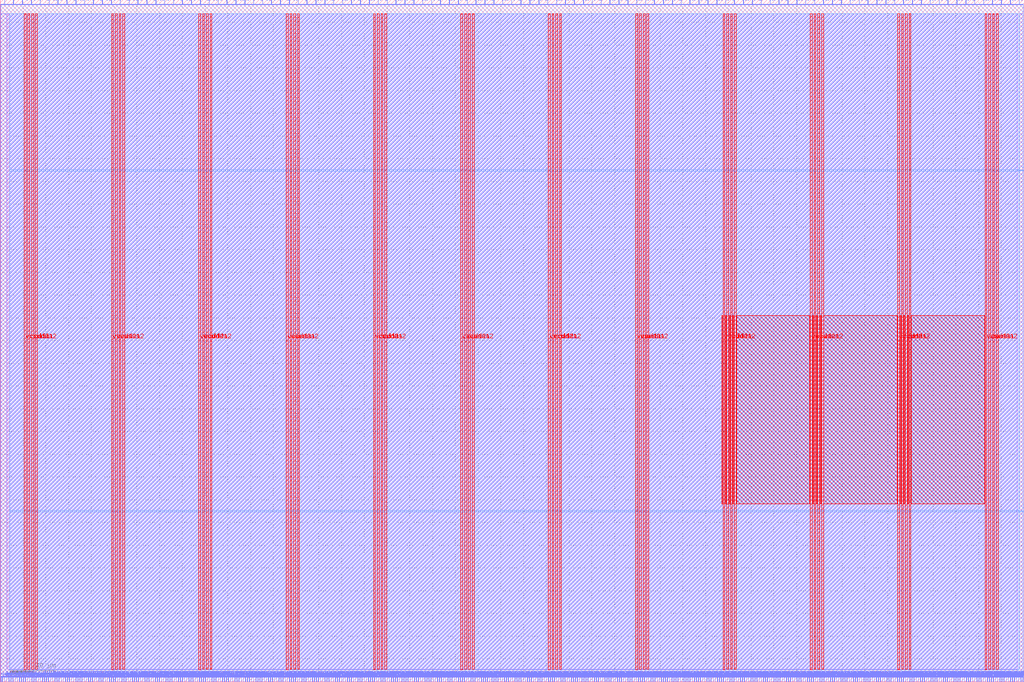
<source format=lef>
VERSION 5.7 ;
  NOWIREEXTENSIONATPIN ON ;
  DIVIDERCHAR "/" ;
  BUSBITCHARS "[]" ;
MACRO user_proj
  CLASS BLOCK ;
  FOREIGN user_proj ;
  ORIGIN 0.000 0.000 ;
  SIZE 900.000 BY 600.000 ;
  PIN io_in[0]
    DIRECTION INPUT ;
    USE SIGNAL ;
    PORT
      LAYER met2 ;
        RECT 3.770 596.000 4.050 600.000 ;
    END
  END io_in[0]
  PIN io_in[10]
    DIRECTION INPUT ;
    USE SIGNAL ;
    PORT
      LAYER met2 ;
        RECT 238.370 596.000 238.650 600.000 ;
    END
  END io_in[10]
  PIN io_in[11]
    DIRECTION INPUT ;
    USE SIGNAL ;
    PORT
      LAYER met2 ;
        RECT 261.830 596.000 262.110 600.000 ;
    END
  END io_in[11]
  PIN io_in[12]
    DIRECTION INPUT ;
    USE SIGNAL ;
    PORT
      LAYER met2 ;
        RECT 285.290 596.000 285.570 600.000 ;
    END
  END io_in[12]
  PIN io_in[13]
    DIRECTION INPUT ;
    USE SIGNAL ;
    PORT
      LAYER met2 ;
        RECT 308.750 596.000 309.030 600.000 ;
    END
  END io_in[13]
  PIN io_in[14]
    DIRECTION INPUT ;
    USE SIGNAL ;
    PORT
      LAYER met2 ;
        RECT 332.210 596.000 332.490 600.000 ;
    END
  END io_in[14]
  PIN io_in[15]
    DIRECTION INPUT ;
    USE SIGNAL ;
    PORT
      LAYER met2 ;
        RECT 355.670 596.000 355.950 600.000 ;
    END
  END io_in[15]
  PIN io_in[16]
    DIRECTION INPUT ;
    USE SIGNAL ;
    PORT
      LAYER met2 ;
        RECT 379.130 596.000 379.410 600.000 ;
    END
  END io_in[16]
  PIN io_in[17]
    DIRECTION INPUT ;
    USE SIGNAL ;
    PORT
      LAYER met2 ;
        RECT 402.590 596.000 402.870 600.000 ;
    END
  END io_in[17]
  PIN io_in[18]
    DIRECTION INPUT ;
    USE SIGNAL ;
    PORT
      LAYER met2 ;
        RECT 426.050 596.000 426.330 600.000 ;
    END
  END io_in[18]
  PIN io_in[19]
    DIRECTION INPUT ;
    USE SIGNAL ;
    PORT
      LAYER met2 ;
        RECT 449.510 596.000 449.790 600.000 ;
    END
  END io_in[19]
  PIN io_in[1]
    DIRECTION INPUT ;
    USE SIGNAL ;
    PORT
      LAYER met2 ;
        RECT 27.230 596.000 27.510 600.000 ;
    END
  END io_in[1]
  PIN io_in[20]
    DIRECTION INPUT ;
    USE SIGNAL ;
    PORT
      LAYER met2 ;
        RECT 473.430 596.000 473.710 600.000 ;
    END
  END io_in[20]
  PIN io_in[21]
    DIRECTION INPUT ;
    USE SIGNAL ;
    PORT
      LAYER met2 ;
        RECT 496.890 596.000 497.170 600.000 ;
    END
  END io_in[21]
  PIN io_in[22]
    DIRECTION INPUT ;
    USE SIGNAL ;
    PORT
      LAYER met2 ;
        RECT 520.350 596.000 520.630 600.000 ;
    END
  END io_in[22]
  PIN io_in[23]
    DIRECTION INPUT ;
    USE SIGNAL ;
    PORT
      LAYER met2 ;
        RECT 543.810 596.000 544.090 600.000 ;
    END
  END io_in[23]
  PIN io_in[24]
    DIRECTION INPUT ;
    USE SIGNAL ;
    PORT
      LAYER met2 ;
        RECT 567.270 596.000 567.550 600.000 ;
    END
  END io_in[24]
  PIN io_in[25]
    DIRECTION INPUT ;
    USE SIGNAL ;
    PORT
      LAYER met2 ;
        RECT 590.730 596.000 591.010 600.000 ;
    END
  END io_in[25]
  PIN io_in[26]
    DIRECTION INPUT ;
    USE SIGNAL ;
    PORT
      LAYER met2 ;
        RECT 614.190 596.000 614.470 600.000 ;
    END
  END io_in[26]
  PIN io_in[27]
    DIRECTION INPUT ;
    USE SIGNAL ;
    PORT
      LAYER met2 ;
        RECT 637.650 596.000 637.930 600.000 ;
    END
  END io_in[27]
  PIN io_in[28]
    DIRECTION INPUT ;
    USE SIGNAL ;
    PORT
      LAYER met2 ;
        RECT 661.110 596.000 661.390 600.000 ;
    END
  END io_in[28]
  PIN io_in[29]
    DIRECTION INPUT ;
    USE SIGNAL ;
    PORT
      LAYER met2 ;
        RECT 684.570 596.000 684.850 600.000 ;
    END
  END io_in[29]
  PIN io_in[2]
    DIRECTION INPUT ;
    USE SIGNAL ;
    PORT
      LAYER met2 ;
        RECT 50.690 596.000 50.970 600.000 ;
    END
  END io_in[2]
  PIN io_in[30]
    DIRECTION INPUT ;
    USE SIGNAL ;
    PORT
      LAYER met2 ;
        RECT 708.030 596.000 708.310 600.000 ;
    END
  END io_in[30]
  PIN io_in[31]
    DIRECTION INPUT ;
    USE SIGNAL ;
    PORT
      LAYER met2 ;
        RECT 731.490 596.000 731.770 600.000 ;
    END
  END io_in[31]
  PIN io_in[32]
    DIRECTION INPUT ;
    USE SIGNAL ;
    PORT
      LAYER met2 ;
        RECT 754.950 596.000 755.230 600.000 ;
    END
  END io_in[32]
  PIN io_in[33]
    DIRECTION INPUT ;
    USE SIGNAL ;
    PORT
      LAYER met2 ;
        RECT 778.410 596.000 778.690 600.000 ;
    END
  END io_in[33]
  PIN io_in[34]
    DIRECTION INPUT ;
    USE SIGNAL ;
    PORT
      LAYER met2 ;
        RECT 801.870 596.000 802.150 600.000 ;
    END
  END io_in[34]
  PIN io_in[35]
    DIRECTION INPUT ;
    USE SIGNAL ;
    PORT
      LAYER met2 ;
        RECT 825.330 596.000 825.610 600.000 ;
    END
  END io_in[35]
  PIN io_in[36]
    DIRECTION INPUT ;
    USE SIGNAL ;
    PORT
      LAYER met2 ;
        RECT 848.790 596.000 849.070 600.000 ;
    END
  END io_in[36]
  PIN io_in[37]
    DIRECTION INPUT ;
    USE SIGNAL ;
    PORT
      LAYER met2 ;
        RECT 872.250 596.000 872.530 600.000 ;
    END
  END io_in[37]
  PIN io_in[3]
    DIRECTION INPUT ;
    USE SIGNAL ;
    PORT
      LAYER met2 ;
        RECT 74.150 596.000 74.430 600.000 ;
    END
  END io_in[3]
  PIN io_in[4]
    DIRECTION INPUT ;
    USE SIGNAL ;
    PORT
      LAYER met2 ;
        RECT 97.610 596.000 97.890 600.000 ;
    END
  END io_in[4]
  PIN io_in[5]
    DIRECTION INPUT ;
    USE SIGNAL ;
    PORT
      LAYER met2 ;
        RECT 121.070 596.000 121.350 600.000 ;
    END
  END io_in[5]
  PIN io_in[6]
    DIRECTION INPUT ;
    USE SIGNAL ;
    PORT
      LAYER met2 ;
        RECT 144.530 596.000 144.810 600.000 ;
    END
  END io_in[6]
  PIN io_in[7]
    DIRECTION INPUT ;
    USE SIGNAL ;
    PORT
      LAYER met2 ;
        RECT 167.990 596.000 168.270 600.000 ;
    END
  END io_in[7]
  PIN io_in[8]
    DIRECTION INPUT ;
    USE SIGNAL ;
    PORT
      LAYER met2 ;
        RECT 191.450 596.000 191.730 600.000 ;
    END
  END io_in[8]
  PIN io_in[9]
    DIRECTION INPUT ;
    USE SIGNAL ;
    PORT
      LAYER met2 ;
        RECT 214.910 596.000 215.190 600.000 ;
    END
  END io_in[9]
  PIN io_oeb[0]
    DIRECTION OUTPUT TRISTATE ;
    USE SIGNAL ;
    PORT
      LAYER met2 ;
        RECT 11.590 596.000 11.870 600.000 ;
    END
  END io_oeb[0]
  PIN io_oeb[10]
    DIRECTION OUTPUT TRISTATE ;
    USE SIGNAL ;
    PORT
      LAYER met2 ;
        RECT 246.190 596.000 246.470 600.000 ;
    END
  END io_oeb[10]
  PIN io_oeb[11]
    DIRECTION OUTPUT TRISTATE ;
    USE SIGNAL ;
    PORT
      LAYER met2 ;
        RECT 269.650 596.000 269.930 600.000 ;
    END
  END io_oeb[11]
  PIN io_oeb[12]
    DIRECTION OUTPUT TRISTATE ;
    USE SIGNAL ;
    PORT
      LAYER met2 ;
        RECT 293.110 596.000 293.390 600.000 ;
    END
  END io_oeb[12]
  PIN io_oeb[13]
    DIRECTION OUTPUT TRISTATE ;
    USE SIGNAL ;
    PORT
      LAYER met2 ;
        RECT 316.570 596.000 316.850 600.000 ;
    END
  END io_oeb[13]
  PIN io_oeb[14]
    DIRECTION OUTPUT TRISTATE ;
    USE SIGNAL ;
    PORT
      LAYER met2 ;
        RECT 340.030 596.000 340.310 600.000 ;
    END
  END io_oeb[14]
  PIN io_oeb[15]
    DIRECTION OUTPUT TRISTATE ;
    USE SIGNAL ;
    PORT
      LAYER met2 ;
        RECT 363.490 596.000 363.770 600.000 ;
    END
  END io_oeb[15]
  PIN io_oeb[16]
    DIRECTION OUTPUT TRISTATE ;
    USE SIGNAL ;
    PORT
      LAYER met2 ;
        RECT 386.950 596.000 387.230 600.000 ;
    END
  END io_oeb[16]
  PIN io_oeb[17]
    DIRECTION OUTPUT TRISTATE ;
    USE SIGNAL ;
    PORT
      LAYER met2 ;
        RECT 410.410 596.000 410.690 600.000 ;
    END
  END io_oeb[17]
  PIN io_oeb[18]
    DIRECTION OUTPUT TRISTATE ;
    USE SIGNAL ;
    PORT
      LAYER met2 ;
        RECT 433.870 596.000 434.150 600.000 ;
    END
  END io_oeb[18]
  PIN io_oeb[19]
    DIRECTION OUTPUT TRISTATE ;
    USE SIGNAL ;
    PORT
      LAYER met2 ;
        RECT 457.790 596.000 458.070 600.000 ;
    END
  END io_oeb[19]
  PIN io_oeb[1]
    DIRECTION OUTPUT TRISTATE ;
    USE SIGNAL ;
    PORT
      LAYER met2 ;
        RECT 35.050 596.000 35.330 600.000 ;
    END
  END io_oeb[1]
  PIN io_oeb[20]
    DIRECTION OUTPUT TRISTATE ;
    USE SIGNAL ;
    PORT
      LAYER met2 ;
        RECT 481.250 596.000 481.530 600.000 ;
    END
  END io_oeb[20]
  PIN io_oeb[21]
    DIRECTION OUTPUT TRISTATE ;
    USE SIGNAL ;
    PORT
      LAYER met2 ;
        RECT 504.710 596.000 504.990 600.000 ;
    END
  END io_oeb[21]
  PIN io_oeb[22]
    DIRECTION OUTPUT TRISTATE ;
    USE SIGNAL ;
    PORT
      LAYER met2 ;
        RECT 528.170 596.000 528.450 600.000 ;
    END
  END io_oeb[22]
  PIN io_oeb[23]
    DIRECTION OUTPUT TRISTATE ;
    USE SIGNAL ;
    PORT
      LAYER met2 ;
        RECT 551.630 596.000 551.910 600.000 ;
    END
  END io_oeb[23]
  PIN io_oeb[24]
    DIRECTION OUTPUT TRISTATE ;
    USE SIGNAL ;
    PORT
      LAYER met2 ;
        RECT 575.090 596.000 575.370 600.000 ;
    END
  END io_oeb[24]
  PIN io_oeb[25]
    DIRECTION OUTPUT TRISTATE ;
    USE SIGNAL ;
    PORT
      LAYER met2 ;
        RECT 598.550 596.000 598.830 600.000 ;
    END
  END io_oeb[25]
  PIN io_oeb[26]
    DIRECTION OUTPUT TRISTATE ;
    USE SIGNAL ;
    PORT
      LAYER met2 ;
        RECT 622.010 596.000 622.290 600.000 ;
    END
  END io_oeb[26]
  PIN io_oeb[27]
    DIRECTION OUTPUT TRISTATE ;
    USE SIGNAL ;
    PORT
      LAYER met2 ;
        RECT 645.470 596.000 645.750 600.000 ;
    END
  END io_oeb[27]
  PIN io_oeb[28]
    DIRECTION OUTPUT TRISTATE ;
    USE SIGNAL ;
    PORT
      LAYER met2 ;
        RECT 668.930 596.000 669.210 600.000 ;
    END
  END io_oeb[28]
  PIN io_oeb[29]
    DIRECTION OUTPUT TRISTATE ;
    USE SIGNAL ;
    PORT
      LAYER met2 ;
        RECT 692.390 596.000 692.670 600.000 ;
    END
  END io_oeb[29]
  PIN io_oeb[2]
    DIRECTION OUTPUT TRISTATE ;
    USE SIGNAL ;
    PORT
      LAYER met2 ;
        RECT 58.510 596.000 58.790 600.000 ;
    END
  END io_oeb[2]
  PIN io_oeb[30]
    DIRECTION OUTPUT TRISTATE ;
    USE SIGNAL ;
    PORT
      LAYER met2 ;
        RECT 715.850 596.000 716.130 600.000 ;
    END
  END io_oeb[30]
  PIN io_oeb[31]
    DIRECTION OUTPUT TRISTATE ;
    USE SIGNAL ;
    PORT
      LAYER met2 ;
        RECT 739.310 596.000 739.590 600.000 ;
    END
  END io_oeb[31]
  PIN io_oeb[32]
    DIRECTION OUTPUT TRISTATE ;
    USE SIGNAL ;
    PORT
      LAYER met2 ;
        RECT 762.770 596.000 763.050 600.000 ;
    END
  END io_oeb[32]
  PIN io_oeb[33]
    DIRECTION OUTPUT TRISTATE ;
    USE SIGNAL ;
    PORT
      LAYER met2 ;
        RECT 786.230 596.000 786.510 600.000 ;
    END
  END io_oeb[33]
  PIN io_oeb[34]
    DIRECTION OUTPUT TRISTATE ;
    USE SIGNAL ;
    PORT
      LAYER met2 ;
        RECT 809.690 596.000 809.970 600.000 ;
    END
  END io_oeb[34]
  PIN io_oeb[35]
    DIRECTION OUTPUT TRISTATE ;
    USE SIGNAL ;
    PORT
      LAYER met2 ;
        RECT 833.150 596.000 833.430 600.000 ;
    END
  END io_oeb[35]
  PIN io_oeb[36]
    DIRECTION OUTPUT TRISTATE ;
    USE SIGNAL ;
    PORT
      LAYER met2 ;
        RECT 856.610 596.000 856.890 600.000 ;
    END
  END io_oeb[36]
  PIN io_oeb[37]
    DIRECTION OUTPUT TRISTATE ;
    USE SIGNAL ;
    PORT
      LAYER met2 ;
        RECT 880.070 596.000 880.350 600.000 ;
    END
  END io_oeb[37]
  PIN io_oeb[3]
    DIRECTION OUTPUT TRISTATE ;
    USE SIGNAL ;
    PORT
      LAYER met2 ;
        RECT 81.970 596.000 82.250 600.000 ;
    END
  END io_oeb[3]
  PIN io_oeb[4]
    DIRECTION OUTPUT TRISTATE ;
    USE SIGNAL ;
    PORT
      LAYER met2 ;
        RECT 105.430 596.000 105.710 600.000 ;
    END
  END io_oeb[4]
  PIN io_oeb[5]
    DIRECTION OUTPUT TRISTATE ;
    USE SIGNAL ;
    PORT
      LAYER met2 ;
        RECT 128.890 596.000 129.170 600.000 ;
    END
  END io_oeb[5]
  PIN io_oeb[6]
    DIRECTION OUTPUT TRISTATE ;
    USE SIGNAL ;
    PORT
      LAYER met2 ;
        RECT 152.350 596.000 152.630 600.000 ;
    END
  END io_oeb[6]
  PIN io_oeb[7]
    DIRECTION OUTPUT TRISTATE ;
    USE SIGNAL ;
    PORT
      LAYER met2 ;
        RECT 175.810 596.000 176.090 600.000 ;
    END
  END io_oeb[7]
  PIN io_oeb[8]
    DIRECTION OUTPUT TRISTATE ;
    USE SIGNAL ;
    PORT
      LAYER met2 ;
        RECT 199.270 596.000 199.550 600.000 ;
    END
  END io_oeb[8]
  PIN io_oeb[9]
    DIRECTION OUTPUT TRISTATE ;
    USE SIGNAL ;
    PORT
      LAYER met2 ;
        RECT 222.730 596.000 223.010 600.000 ;
    END
  END io_oeb[9]
  PIN io_out[0]
    DIRECTION OUTPUT TRISTATE ;
    USE SIGNAL ;
    PORT
      LAYER met2 ;
        RECT 19.410 596.000 19.690 600.000 ;
    END
  END io_out[0]
  PIN io_out[10]
    DIRECTION OUTPUT TRISTATE ;
    USE SIGNAL ;
    PORT
      LAYER met2 ;
        RECT 254.010 596.000 254.290 600.000 ;
    END
  END io_out[10]
  PIN io_out[11]
    DIRECTION OUTPUT TRISTATE ;
    USE SIGNAL ;
    PORT
      LAYER met2 ;
        RECT 277.470 596.000 277.750 600.000 ;
    END
  END io_out[11]
  PIN io_out[12]
    DIRECTION OUTPUT TRISTATE ;
    USE SIGNAL ;
    PORT
      LAYER met2 ;
        RECT 300.930 596.000 301.210 600.000 ;
    END
  END io_out[12]
  PIN io_out[13]
    DIRECTION OUTPUT TRISTATE ;
    USE SIGNAL ;
    PORT
      LAYER met2 ;
        RECT 324.390 596.000 324.670 600.000 ;
    END
  END io_out[13]
  PIN io_out[14]
    DIRECTION OUTPUT TRISTATE ;
    USE SIGNAL ;
    PORT
      LAYER met2 ;
        RECT 347.850 596.000 348.130 600.000 ;
    END
  END io_out[14]
  PIN io_out[15]
    DIRECTION OUTPUT TRISTATE ;
    USE SIGNAL ;
    PORT
      LAYER met2 ;
        RECT 371.310 596.000 371.590 600.000 ;
    END
  END io_out[15]
  PIN io_out[16]
    DIRECTION OUTPUT TRISTATE ;
    USE SIGNAL ;
    PORT
      LAYER met2 ;
        RECT 394.770 596.000 395.050 600.000 ;
    END
  END io_out[16]
  PIN io_out[17]
    DIRECTION OUTPUT TRISTATE ;
    USE SIGNAL ;
    PORT
      LAYER met2 ;
        RECT 418.230 596.000 418.510 600.000 ;
    END
  END io_out[17]
  PIN io_out[18]
    DIRECTION OUTPUT TRISTATE ;
    USE SIGNAL ;
    PORT
      LAYER met2 ;
        RECT 441.690 596.000 441.970 600.000 ;
    END
  END io_out[18]
  PIN io_out[19]
    DIRECTION OUTPUT TRISTATE ;
    USE SIGNAL ;
    PORT
      LAYER met2 ;
        RECT 465.610 596.000 465.890 600.000 ;
    END
  END io_out[19]
  PIN io_out[1]
    DIRECTION OUTPUT TRISTATE ;
    USE SIGNAL ;
    PORT
      LAYER met2 ;
        RECT 42.870 596.000 43.150 600.000 ;
    END
  END io_out[1]
  PIN io_out[20]
    DIRECTION OUTPUT TRISTATE ;
    USE SIGNAL ;
    PORT
      LAYER met2 ;
        RECT 489.070 596.000 489.350 600.000 ;
    END
  END io_out[20]
  PIN io_out[21]
    DIRECTION OUTPUT TRISTATE ;
    USE SIGNAL ;
    PORT
      LAYER met2 ;
        RECT 512.530 596.000 512.810 600.000 ;
    END
  END io_out[21]
  PIN io_out[22]
    DIRECTION OUTPUT TRISTATE ;
    USE SIGNAL ;
    PORT
      LAYER met2 ;
        RECT 535.990 596.000 536.270 600.000 ;
    END
  END io_out[22]
  PIN io_out[23]
    DIRECTION OUTPUT TRISTATE ;
    USE SIGNAL ;
    PORT
      LAYER met2 ;
        RECT 559.450 596.000 559.730 600.000 ;
    END
  END io_out[23]
  PIN io_out[24]
    DIRECTION OUTPUT TRISTATE ;
    USE SIGNAL ;
    PORT
      LAYER met2 ;
        RECT 582.910 596.000 583.190 600.000 ;
    END
  END io_out[24]
  PIN io_out[25]
    DIRECTION OUTPUT TRISTATE ;
    USE SIGNAL ;
    PORT
      LAYER met2 ;
        RECT 606.370 596.000 606.650 600.000 ;
    END
  END io_out[25]
  PIN io_out[26]
    DIRECTION OUTPUT TRISTATE ;
    USE SIGNAL ;
    PORT
      LAYER met2 ;
        RECT 629.830 596.000 630.110 600.000 ;
    END
  END io_out[26]
  PIN io_out[27]
    DIRECTION OUTPUT TRISTATE ;
    USE SIGNAL ;
    PORT
      LAYER met2 ;
        RECT 653.290 596.000 653.570 600.000 ;
    END
  END io_out[27]
  PIN io_out[28]
    DIRECTION OUTPUT TRISTATE ;
    USE SIGNAL ;
    PORT
      LAYER met2 ;
        RECT 676.750 596.000 677.030 600.000 ;
    END
  END io_out[28]
  PIN io_out[29]
    DIRECTION OUTPUT TRISTATE ;
    USE SIGNAL ;
    PORT
      LAYER met2 ;
        RECT 700.210 596.000 700.490 600.000 ;
    END
  END io_out[29]
  PIN io_out[2]
    DIRECTION OUTPUT TRISTATE ;
    USE SIGNAL ;
    PORT
      LAYER met2 ;
        RECT 66.330 596.000 66.610 600.000 ;
    END
  END io_out[2]
  PIN io_out[30]
    DIRECTION OUTPUT TRISTATE ;
    USE SIGNAL ;
    PORT
      LAYER met2 ;
        RECT 723.670 596.000 723.950 600.000 ;
    END
  END io_out[30]
  PIN io_out[31]
    DIRECTION OUTPUT TRISTATE ;
    USE SIGNAL ;
    PORT
      LAYER met2 ;
        RECT 747.130 596.000 747.410 600.000 ;
    END
  END io_out[31]
  PIN io_out[32]
    DIRECTION OUTPUT TRISTATE ;
    USE SIGNAL ;
    PORT
      LAYER met2 ;
        RECT 770.590 596.000 770.870 600.000 ;
    END
  END io_out[32]
  PIN io_out[33]
    DIRECTION OUTPUT TRISTATE ;
    USE SIGNAL ;
    PORT
      LAYER met2 ;
        RECT 794.050 596.000 794.330 600.000 ;
    END
  END io_out[33]
  PIN io_out[34]
    DIRECTION OUTPUT TRISTATE ;
    USE SIGNAL ;
    PORT
      LAYER met2 ;
        RECT 817.510 596.000 817.790 600.000 ;
    END
  END io_out[34]
  PIN io_out[35]
    DIRECTION OUTPUT TRISTATE ;
    USE SIGNAL ;
    PORT
      LAYER met2 ;
        RECT 840.970 596.000 841.250 600.000 ;
    END
  END io_out[35]
  PIN io_out[36]
    DIRECTION OUTPUT TRISTATE ;
    USE SIGNAL ;
    PORT
      LAYER met2 ;
        RECT 864.430 596.000 864.710 600.000 ;
    END
  END io_out[36]
  PIN io_out[37]
    DIRECTION OUTPUT TRISTATE ;
    USE SIGNAL ;
    PORT
      LAYER met2 ;
        RECT 887.890 596.000 888.170 600.000 ;
    END
  END io_out[37]
  PIN io_out[3]
    DIRECTION OUTPUT TRISTATE ;
    USE SIGNAL ;
    PORT
      LAYER met2 ;
        RECT 89.790 596.000 90.070 600.000 ;
    END
  END io_out[3]
  PIN io_out[4]
    DIRECTION OUTPUT TRISTATE ;
    USE SIGNAL ;
    PORT
      LAYER met2 ;
        RECT 113.250 596.000 113.530 600.000 ;
    END
  END io_out[4]
  PIN io_out[5]
    DIRECTION OUTPUT TRISTATE ;
    USE SIGNAL ;
    PORT
      LAYER met2 ;
        RECT 136.710 596.000 136.990 600.000 ;
    END
  END io_out[5]
  PIN io_out[6]
    DIRECTION OUTPUT TRISTATE ;
    USE SIGNAL ;
    PORT
      LAYER met2 ;
        RECT 160.170 596.000 160.450 600.000 ;
    END
  END io_out[6]
  PIN io_out[7]
    DIRECTION OUTPUT TRISTATE ;
    USE SIGNAL ;
    PORT
      LAYER met2 ;
        RECT 183.630 596.000 183.910 600.000 ;
    END
  END io_out[7]
  PIN io_out[8]
    DIRECTION OUTPUT TRISTATE ;
    USE SIGNAL ;
    PORT
      LAYER met2 ;
        RECT 207.090 596.000 207.370 600.000 ;
    END
  END io_out[8]
  PIN io_out[9]
    DIRECTION OUTPUT TRISTATE ;
    USE SIGNAL ;
    PORT
      LAYER met2 ;
        RECT 230.550 596.000 230.830 600.000 ;
    END
  END io_out[9]
  PIN irq[0]
    DIRECTION OUTPUT TRISTATE ;
    USE SIGNAL ;
    PORT
      LAYER met3 ;
        RECT 896.000 149.640 900.000 150.240 ;
    END
  END irq[0]
  PIN irq[1]
    DIRECTION OUTPUT TRISTATE ;
    USE SIGNAL ;
    PORT
      LAYER met3 ;
        RECT 896.000 449.520 900.000 450.120 ;
    END
  END irq[1]
  PIN irq[2]
    DIRECTION OUTPUT TRISTATE ;
    USE SIGNAL ;
    PORT
      LAYER met2 ;
        RECT 895.710 596.000 895.990 600.000 ;
    END
  END irq[2]
  PIN la_data_in[0]
    DIRECTION INPUT ;
    USE SIGNAL ;
    PORT
      LAYER met2 ;
        RECT 195.130 0.000 195.410 4.000 ;
    END
  END la_data_in[0]
  PIN la_data_in[100]
    DIRECTION INPUT ;
    USE SIGNAL ;
    PORT
      LAYER met2 ;
        RECT 746.210 0.000 746.490 4.000 ;
    END
  END la_data_in[100]
  PIN la_data_in[101]
    DIRECTION INPUT ;
    USE SIGNAL ;
    PORT
      LAYER met2 ;
        RECT 751.730 0.000 752.010 4.000 ;
    END
  END la_data_in[101]
  PIN la_data_in[102]
    DIRECTION INPUT ;
    USE SIGNAL ;
    PORT
      LAYER met2 ;
        RECT 757.250 0.000 757.530 4.000 ;
    END
  END la_data_in[102]
  PIN la_data_in[103]
    DIRECTION INPUT ;
    USE SIGNAL ;
    PORT
      LAYER met2 ;
        RECT 762.770 0.000 763.050 4.000 ;
    END
  END la_data_in[103]
  PIN la_data_in[104]
    DIRECTION INPUT ;
    USE SIGNAL ;
    PORT
      LAYER met2 ;
        RECT 768.290 0.000 768.570 4.000 ;
    END
  END la_data_in[104]
  PIN la_data_in[105]
    DIRECTION INPUT ;
    USE SIGNAL ;
    PORT
      LAYER met2 ;
        RECT 773.810 0.000 774.090 4.000 ;
    END
  END la_data_in[105]
  PIN la_data_in[106]
    DIRECTION INPUT ;
    USE SIGNAL ;
    PORT
      LAYER met2 ;
        RECT 779.330 0.000 779.610 4.000 ;
    END
  END la_data_in[106]
  PIN la_data_in[107]
    DIRECTION INPUT ;
    USE SIGNAL ;
    PORT
      LAYER met2 ;
        RECT 784.850 0.000 785.130 4.000 ;
    END
  END la_data_in[107]
  PIN la_data_in[108]
    DIRECTION INPUT ;
    USE SIGNAL ;
    PORT
      LAYER met2 ;
        RECT 790.370 0.000 790.650 4.000 ;
    END
  END la_data_in[108]
  PIN la_data_in[109]
    DIRECTION INPUT ;
    USE SIGNAL ;
    PORT
      LAYER met2 ;
        RECT 795.890 0.000 796.170 4.000 ;
    END
  END la_data_in[109]
  PIN la_data_in[10]
    DIRECTION INPUT ;
    USE SIGNAL ;
    PORT
      LAYER met2 ;
        RECT 250.330 0.000 250.610 4.000 ;
    END
  END la_data_in[10]
  PIN la_data_in[110]
    DIRECTION INPUT ;
    USE SIGNAL ;
    PORT
      LAYER met2 ;
        RECT 801.410 0.000 801.690 4.000 ;
    END
  END la_data_in[110]
  PIN la_data_in[111]
    DIRECTION INPUT ;
    USE SIGNAL ;
    PORT
      LAYER met2 ;
        RECT 806.930 0.000 807.210 4.000 ;
    END
  END la_data_in[111]
  PIN la_data_in[112]
    DIRECTION INPUT ;
    USE SIGNAL ;
    PORT
      LAYER met2 ;
        RECT 812.450 0.000 812.730 4.000 ;
    END
  END la_data_in[112]
  PIN la_data_in[113]
    DIRECTION INPUT ;
    USE SIGNAL ;
    PORT
      LAYER met2 ;
        RECT 817.970 0.000 818.250 4.000 ;
    END
  END la_data_in[113]
  PIN la_data_in[114]
    DIRECTION INPUT ;
    USE SIGNAL ;
    PORT
      LAYER met2 ;
        RECT 823.490 0.000 823.770 4.000 ;
    END
  END la_data_in[114]
  PIN la_data_in[115]
    DIRECTION INPUT ;
    USE SIGNAL ;
    PORT
      LAYER met2 ;
        RECT 829.010 0.000 829.290 4.000 ;
    END
  END la_data_in[115]
  PIN la_data_in[116]
    DIRECTION INPUT ;
    USE SIGNAL ;
    PORT
      LAYER met2 ;
        RECT 834.530 0.000 834.810 4.000 ;
    END
  END la_data_in[116]
  PIN la_data_in[117]
    DIRECTION INPUT ;
    USE SIGNAL ;
    PORT
      LAYER met2 ;
        RECT 840.050 0.000 840.330 4.000 ;
    END
  END la_data_in[117]
  PIN la_data_in[118]
    DIRECTION INPUT ;
    USE SIGNAL ;
    PORT
      LAYER met2 ;
        RECT 845.570 0.000 845.850 4.000 ;
    END
  END la_data_in[118]
  PIN la_data_in[119]
    DIRECTION INPUT ;
    USE SIGNAL ;
    PORT
      LAYER met2 ;
        RECT 851.090 0.000 851.370 4.000 ;
    END
  END la_data_in[119]
  PIN la_data_in[11]
    DIRECTION INPUT ;
    USE SIGNAL ;
    PORT
      LAYER met2 ;
        RECT 255.850 0.000 256.130 4.000 ;
    END
  END la_data_in[11]
  PIN la_data_in[120]
    DIRECTION INPUT ;
    USE SIGNAL ;
    PORT
      LAYER met2 ;
        RECT 856.610 0.000 856.890 4.000 ;
    END
  END la_data_in[120]
  PIN la_data_in[121]
    DIRECTION INPUT ;
    USE SIGNAL ;
    PORT
      LAYER met2 ;
        RECT 862.130 0.000 862.410 4.000 ;
    END
  END la_data_in[121]
  PIN la_data_in[122]
    DIRECTION INPUT ;
    USE SIGNAL ;
    PORT
      LAYER met2 ;
        RECT 867.650 0.000 867.930 4.000 ;
    END
  END la_data_in[122]
  PIN la_data_in[123]
    DIRECTION INPUT ;
    USE SIGNAL ;
    PORT
      LAYER met2 ;
        RECT 873.170 0.000 873.450 4.000 ;
    END
  END la_data_in[123]
  PIN la_data_in[124]
    DIRECTION INPUT ;
    USE SIGNAL ;
    PORT
      LAYER met2 ;
        RECT 878.690 0.000 878.970 4.000 ;
    END
  END la_data_in[124]
  PIN la_data_in[125]
    DIRECTION INPUT ;
    USE SIGNAL ;
    PORT
      LAYER met2 ;
        RECT 884.210 0.000 884.490 4.000 ;
    END
  END la_data_in[125]
  PIN la_data_in[126]
    DIRECTION INPUT ;
    USE SIGNAL ;
    PORT
      LAYER met2 ;
        RECT 889.730 0.000 890.010 4.000 ;
    END
  END la_data_in[126]
  PIN la_data_in[127]
    DIRECTION INPUT ;
    USE SIGNAL ;
    PORT
      LAYER met2 ;
        RECT 895.250 0.000 895.530 4.000 ;
    END
  END la_data_in[127]
  PIN la_data_in[12]
    DIRECTION INPUT ;
    USE SIGNAL ;
    PORT
      LAYER met2 ;
        RECT 261.370 0.000 261.650 4.000 ;
    END
  END la_data_in[12]
  PIN la_data_in[13]
    DIRECTION INPUT ;
    USE SIGNAL ;
    PORT
      LAYER met2 ;
        RECT 266.890 0.000 267.170 4.000 ;
    END
  END la_data_in[13]
  PIN la_data_in[14]
    DIRECTION INPUT ;
    USE SIGNAL ;
    PORT
      LAYER met2 ;
        RECT 272.410 0.000 272.690 4.000 ;
    END
  END la_data_in[14]
  PIN la_data_in[15]
    DIRECTION INPUT ;
    USE SIGNAL ;
    PORT
      LAYER met2 ;
        RECT 277.930 0.000 278.210 4.000 ;
    END
  END la_data_in[15]
  PIN la_data_in[16]
    DIRECTION INPUT ;
    USE SIGNAL ;
    PORT
      LAYER met2 ;
        RECT 283.450 0.000 283.730 4.000 ;
    END
  END la_data_in[16]
  PIN la_data_in[17]
    DIRECTION INPUT ;
    USE SIGNAL ;
    PORT
      LAYER met2 ;
        RECT 288.970 0.000 289.250 4.000 ;
    END
  END la_data_in[17]
  PIN la_data_in[18]
    DIRECTION INPUT ;
    USE SIGNAL ;
    PORT
      LAYER met2 ;
        RECT 294.490 0.000 294.770 4.000 ;
    END
  END la_data_in[18]
  PIN la_data_in[19]
    DIRECTION INPUT ;
    USE SIGNAL ;
    PORT
      LAYER met2 ;
        RECT 300.010 0.000 300.290 4.000 ;
    END
  END la_data_in[19]
  PIN la_data_in[1]
    DIRECTION INPUT ;
    USE SIGNAL ;
    PORT
      LAYER met2 ;
        RECT 200.650 0.000 200.930 4.000 ;
    END
  END la_data_in[1]
  PIN la_data_in[20]
    DIRECTION INPUT ;
    USE SIGNAL ;
    PORT
      LAYER met2 ;
        RECT 305.070 0.000 305.350 4.000 ;
    END
  END la_data_in[20]
  PIN la_data_in[21]
    DIRECTION INPUT ;
    USE SIGNAL ;
    PORT
      LAYER met2 ;
        RECT 310.590 0.000 310.870 4.000 ;
    END
  END la_data_in[21]
  PIN la_data_in[22]
    DIRECTION INPUT ;
    USE SIGNAL ;
    PORT
      LAYER met2 ;
        RECT 316.110 0.000 316.390 4.000 ;
    END
  END la_data_in[22]
  PIN la_data_in[23]
    DIRECTION INPUT ;
    USE SIGNAL ;
    PORT
      LAYER met2 ;
        RECT 321.630 0.000 321.910 4.000 ;
    END
  END la_data_in[23]
  PIN la_data_in[24]
    DIRECTION INPUT ;
    USE SIGNAL ;
    PORT
      LAYER met2 ;
        RECT 327.150 0.000 327.430 4.000 ;
    END
  END la_data_in[24]
  PIN la_data_in[25]
    DIRECTION INPUT ;
    USE SIGNAL ;
    PORT
      LAYER met2 ;
        RECT 332.670 0.000 332.950 4.000 ;
    END
  END la_data_in[25]
  PIN la_data_in[26]
    DIRECTION INPUT ;
    USE SIGNAL ;
    PORT
      LAYER met2 ;
        RECT 338.190 0.000 338.470 4.000 ;
    END
  END la_data_in[26]
  PIN la_data_in[27]
    DIRECTION INPUT ;
    USE SIGNAL ;
    PORT
      LAYER met2 ;
        RECT 343.710 0.000 343.990 4.000 ;
    END
  END la_data_in[27]
  PIN la_data_in[28]
    DIRECTION INPUT ;
    USE SIGNAL ;
    PORT
      LAYER met2 ;
        RECT 349.230 0.000 349.510 4.000 ;
    END
  END la_data_in[28]
  PIN la_data_in[29]
    DIRECTION INPUT ;
    USE SIGNAL ;
    PORT
      LAYER met2 ;
        RECT 354.750 0.000 355.030 4.000 ;
    END
  END la_data_in[29]
  PIN la_data_in[2]
    DIRECTION INPUT ;
    USE SIGNAL ;
    PORT
      LAYER met2 ;
        RECT 206.170 0.000 206.450 4.000 ;
    END
  END la_data_in[2]
  PIN la_data_in[30]
    DIRECTION INPUT ;
    USE SIGNAL ;
    PORT
      LAYER met2 ;
        RECT 360.270 0.000 360.550 4.000 ;
    END
  END la_data_in[30]
  PIN la_data_in[31]
    DIRECTION INPUT ;
    USE SIGNAL ;
    PORT
      LAYER met2 ;
        RECT 365.790 0.000 366.070 4.000 ;
    END
  END la_data_in[31]
  PIN la_data_in[32]
    DIRECTION INPUT ;
    USE SIGNAL ;
    PORT
      LAYER met2 ;
        RECT 371.310 0.000 371.590 4.000 ;
    END
  END la_data_in[32]
  PIN la_data_in[33]
    DIRECTION INPUT ;
    USE SIGNAL ;
    PORT
      LAYER met2 ;
        RECT 376.830 0.000 377.110 4.000 ;
    END
  END la_data_in[33]
  PIN la_data_in[34]
    DIRECTION INPUT ;
    USE SIGNAL ;
    PORT
      LAYER met2 ;
        RECT 382.350 0.000 382.630 4.000 ;
    END
  END la_data_in[34]
  PIN la_data_in[35]
    DIRECTION INPUT ;
    USE SIGNAL ;
    PORT
      LAYER met2 ;
        RECT 387.870 0.000 388.150 4.000 ;
    END
  END la_data_in[35]
  PIN la_data_in[36]
    DIRECTION INPUT ;
    USE SIGNAL ;
    PORT
      LAYER met2 ;
        RECT 393.390 0.000 393.670 4.000 ;
    END
  END la_data_in[36]
  PIN la_data_in[37]
    DIRECTION INPUT ;
    USE SIGNAL ;
    PORT
      LAYER met2 ;
        RECT 398.910 0.000 399.190 4.000 ;
    END
  END la_data_in[37]
  PIN la_data_in[38]
    DIRECTION INPUT ;
    USE SIGNAL ;
    PORT
      LAYER met2 ;
        RECT 404.430 0.000 404.710 4.000 ;
    END
  END la_data_in[38]
  PIN la_data_in[39]
    DIRECTION INPUT ;
    USE SIGNAL ;
    PORT
      LAYER met2 ;
        RECT 409.950 0.000 410.230 4.000 ;
    END
  END la_data_in[39]
  PIN la_data_in[3]
    DIRECTION INPUT ;
    USE SIGNAL ;
    PORT
      LAYER met2 ;
        RECT 211.690 0.000 211.970 4.000 ;
    END
  END la_data_in[3]
  PIN la_data_in[40]
    DIRECTION INPUT ;
    USE SIGNAL ;
    PORT
      LAYER met2 ;
        RECT 415.470 0.000 415.750 4.000 ;
    END
  END la_data_in[40]
  PIN la_data_in[41]
    DIRECTION INPUT ;
    USE SIGNAL ;
    PORT
      LAYER met2 ;
        RECT 420.990 0.000 421.270 4.000 ;
    END
  END la_data_in[41]
  PIN la_data_in[42]
    DIRECTION INPUT ;
    USE SIGNAL ;
    PORT
      LAYER met2 ;
        RECT 426.510 0.000 426.790 4.000 ;
    END
  END la_data_in[42]
  PIN la_data_in[43]
    DIRECTION INPUT ;
    USE SIGNAL ;
    PORT
      LAYER met2 ;
        RECT 432.030 0.000 432.310 4.000 ;
    END
  END la_data_in[43]
  PIN la_data_in[44]
    DIRECTION INPUT ;
    USE SIGNAL ;
    PORT
      LAYER met2 ;
        RECT 437.550 0.000 437.830 4.000 ;
    END
  END la_data_in[44]
  PIN la_data_in[45]
    DIRECTION INPUT ;
    USE SIGNAL ;
    PORT
      LAYER met2 ;
        RECT 443.070 0.000 443.350 4.000 ;
    END
  END la_data_in[45]
  PIN la_data_in[46]
    DIRECTION INPUT ;
    USE SIGNAL ;
    PORT
      LAYER met2 ;
        RECT 448.590 0.000 448.870 4.000 ;
    END
  END la_data_in[46]
  PIN la_data_in[47]
    DIRECTION INPUT ;
    USE SIGNAL ;
    PORT
      LAYER met2 ;
        RECT 454.110 0.000 454.390 4.000 ;
    END
  END la_data_in[47]
  PIN la_data_in[48]
    DIRECTION INPUT ;
    USE SIGNAL ;
    PORT
      LAYER met2 ;
        RECT 459.630 0.000 459.910 4.000 ;
    END
  END la_data_in[48]
  PIN la_data_in[49]
    DIRECTION INPUT ;
    USE SIGNAL ;
    PORT
      LAYER met2 ;
        RECT 465.150 0.000 465.430 4.000 ;
    END
  END la_data_in[49]
  PIN la_data_in[4]
    DIRECTION INPUT ;
    USE SIGNAL ;
    PORT
      LAYER met2 ;
        RECT 217.210 0.000 217.490 4.000 ;
    END
  END la_data_in[4]
  PIN la_data_in[50]
    DIRECTION INPUT ;
    USE SIGNAL ;
    PORT
      LAYER met2 ;
        RECT 470.670 0.000 470.950 4.000 ;
    END
  END la_data_in[50]
  PIN la_data_in[51]
    DIRECTION INPUT ;
    USE SIGNAL ;
    PORT
      LAYER met2 ;
        RECT 476.190 0.000 476.470 4.000 ;
    END
  END la_data_in[51]
  PIN la_data_in[52]
    DIRECTION INPUT ;
    USE SIGNAL ;
    PORT
      LAYER met2 ;
        RECT 481.710 0.000 481.990 4.000 ;
    END
  END la_data_in[52]
  PIN la_data_in[53]
    DIRECTION INPUT ;
    USE SIGNAL ;
    PORT
      LAYER met2 ;
        RECT 487.230 0.000 487.510 4.000 ;
    END
  END la_data_in[53]
  PIN la_data_in[54]
    DIRECTION INPUT ;
    USE SIGNAL ;
    PORT
      LAYER met2 ;
        RECT 492.750 0.000 493.030 4.000 ;
    END
  END la_data_in[54]
  PIN la_data_in[55]
    DIRECTION INPUT ;
    USE SIGNAL ;
    PORT
      LAYER met2 ;
        RECT 498.270 0.000 498.550 4.000 ;
    END
  END la_data_in[55]
  PIN la_data_in[56]
    DIRECTION INPUT ;
    USE SIGNAL ;
    PORT
      LAYER met2 ;
        RECT 503.790 0.000 504.070 4.000 ;
    END
  END la_data_in[56]
  PIN la_data_in[57]
    DIRECTION INPUT ;
    USE SIGNAL ;
    PORT
      LAYER met2 ;
        RECT 509.310 0.000 509.590 4.000 ;
    END
  END la_data_in[57]
  PIN la_data_in[58]
    DIRECTION INPUT ;
    USE SIGNAL ;
    PORT
      LAYER met2 ;
        RECT 514.830 0.000 515.110 4.000 ;
    END
  END la_data_in[58]
  PIN la_data_in[59]
    DIRECTION INPUT ;
    USE SIGNAL ;
    PORT
      LAYER met2 ;
        RECT 520.350 0.000 520.630 4.000 ;
    END
  END la_data_in[59]
  PIN la_data_in[5]
    DIRECTION INPUT ;
    USE SIGNAL ;
    PORT
      LAYER met2 ;
        RECT 222.730 0.000 223.010 4.000 ;
    END
  END la_data_in[5]
  PIN la_data_in[60]
    DIRECTION INPUT ;
    USE SIGNAL ;
    PORT
      LAYER met2 ;
        RECT 525.870 0.000 526.150 4.000 ;
    END
  END la_data_in[60]
  PIN la_data_in[61]
    DIRECTION INPUT ;
    USE SIGNAL ;
    PORT
      LAYER met2 ;
        RECT 531.390 0.000 531.670 4.000 ;
    END
  END la_data_in[61]
  PIN la_data_in[62]
    DIRECTION INPUT ;
    USE SIGNAL ;
    PORT
      LAYER met2 ;
        RECT 536.910 0.000 537.190 4.000 ;
    END
  END la_data_in[62]
  PIN la_data_in[63]
    DIRECTION INPUT ;
    USE SIGNAL ;
    PORT
      LAYER met2 ;
        RECT 542.430 0.000 542.710 4.000 ;
    END
  END la_data_in[63]
  PIN la_data_in[64]
    DIRECTION INPUT ;
    USE SIGNAL ;
    PORT
      LAYER met2 ;
        RECT 547.950 0.000 548.230 4.000 ;
    END
  END la_data_in[64]
  PIN la_data_in[65]
    DIRECTION INPUT ;
    USE SIGNAL ;
    PORT
      LAYER met2 ;
        RECT 553.470 0.000 553.750 4.000 ;
    END
  END la_data_in[65]
  PIN la_data_in[66]
    DIRECTION INPUT ;
    USE SIGNAL ;
    PORT
      LAYER met2 ;
        RECT 558.990 0.000 559.270 4.000 ;
    END
  END la_data_in[66]
  PIN la_data_in[67]
    DIRECTION INPUT ;
    USE SIGNAL ;
    PORT
      LAYER met2 ;
        RECT 564.510 0.000 564.790 4.000 ;
    END
  END la_data_in[67]
  PIN la_data_in[68]
    DIRECTION INPUT ;
    USE SIGNAL ;
    PORT
      LAYER met2 ;
        RECT 570.030 0.000 570.310 4.000 ;
    END
  END la_data_in[68]
  PIN la_data_in[69]
    DIRECTION INPUT ;
    USE SIGNAL ;
    PORT
      LAYER met2 ;
        RECT 575.550 0.000 575.830 4.000 ;
    END
  END la_data_in[69]
  PIN la_data_in[6]
    DIRECTION INPUT ;
    USE SIGNAL ;
    PORT
      LAYER met2 ;
        RECT 228.250 0.000 228.530 4.000 ;
    END
  END la_data_in[6]
  PIN la_data_in[70]
    DIRECTION INPUT ;
    USE SIGNAL ;
    PORT
      LAYER met2 ;
        RECT 581.070 0.000 581.350 4.000 ;
    END
  END la_data_in[70]
  PIN la_data_in[71]
    DIRECTION INPUT ;
    USE SIGNAL ;
    PORT
      LAYER met2 ;
        RECT 586.590 0.000 586.870 4.000 ;
    END
  END la_data_in[71]
  PIN la_data_in[72]
    DIRECTION INPUT ;
    USE SIGNAL ;
    PORT
      LAYER met2 ;
        RECT 592.110 0.000 592.390 4.000 ;
    END
  END la_data_in[72]
  PIN la_data_in[73]
    DIRECTION INPUT ;
    USE SIGNAL ;
    PORT
      LAYER met2 ;
        RECT 597.630 0.000 597.910 4.000 ;
    END
  END la_data_in[73]
  PIN la_data_in[74]
    DIRECTION INPUT ;
    USE SIGNAL ;
    PORT
      LAYER met2 ;
        RECT 602.690 0.000 602.970 4.000 ;
    END
  END la_data_in[74]
  PIN la_data_in[75]
    DIRECTION INPUT ;
    USE SIGNAL ;
    PORT
      LAYER met2 ;
        RECT 608.210 0.000 608.490 4.000 ;
    END
  END la_data_in[75]
  PIN la_data_in[76]
    DIRECTION INPUT ;
    USE SIGNAL ;
    PORT
      LAYER met2 ;
        RECT 613.730 0.000 614.010 4.000 ;
    END
  END la_data_in[76]
  PIN la_data_in[77]
    DIRECTION INPUT ;
    USE SIGNAL ;
    PORT
      LAYER met2 ;
        RECT 619.250 0.000 619.530 4.000 ;
    END
  END la_data_in[77]
  PIN la_data_in[78]
    DIRECTION INPUT ;
    USE SIGNAL ;
    PORT
      LAYER met2 ;
        RECT 624.770 0.000 625.050 4.000 ;
    END
  END la_data_in[78]
  PIN la_data_in[79]
    DIRECTION INPUT ;
    USE SIGNAL ;
    PORT
      LAYER met2 ;
        RECT 630.290 0.000 630.570 4.000 ;
    END
  END la_data_in[79]
  PIN la_data_in[7]
    DIRECTION INPUT ;
    USE SIGNAL ;
    PORT
      LAYER met2 ;
        RECT 233.770 0.000 234.050 4.000 ;
    END
  END la_data_in[7]
  PIN la_data_in[80]
    DIRECTION INPUT ;
    USE SIGNAL ;
    PORT
      LAYER met2 ;
        RECT 635.810 0.000 636.090 4.000 ;
    END
  END la_data_in[80]
  PIN la_data_in[81]
    DIRECTION INPUT ;
    USE SIGNAL ;
    PORT
      LAYER met2 ;
        RECT 641.330 0.000 641.610 4.000 ;
    END
  END la_data_in[81]
  PIN la_data_in[82]
    DIRECTION INPUT ;
    USE SIGNAL ;
    PORT
      LAYER met2 ;
        RECT 646.850 0.000 647.130 4.000 ;
    END
  END la_data_in[82]
  PIN la_data_in[83]
    DIRECTION INPUT ;
    USE SIGNAL ;
    PORT
      LAYER met2 ;
        RECT 652.370 0.000 652.650 4.000 ;
    END
  END la_data_in[83]
  PIN la_data_in[84]
    DIRECTION INPUT ;
    USE SIGNAL ;
    PORT
      LAYER met2 ;
        RECT 657.890 0.000 658.170 4.000 ;
    END
  END la_data_in[84]
  PIN la_data_in[85]
    DIRECTION INPUT ;
    USE SIGNAL ;
    PORT
      LAYER met2 ;
        RECT 663.410 0.000 663.690 4.000 ;
    END
  END la_data_in[85]
  PIN la_data_in[86]
    DIRECTION INPUT ;
    USE SIGNAL ;
    PORT
      LAYER met2 ;
        RECT 668.930 0.000 669.210 4.000 ;
    END
  END la_data_in[86]
  PIN la_data_in[87]
    DIRECTION INPUT ;
    USE SIGNAL ;
    PORT
      LAYER met2 ;
        RECT 674.450 0.000 674.730 4.000 ;
    END
  END la_data_in[87]
  PIN la_data_in[88]
    DIRECTION INPUT ;
    USE SIGNAL ;
    PORT
      LAYER met2 ;
        RECT 679.970 0.000 680.250 4.000 ;
    END
  END la_data_in[88]
  PIN la_data_in[89]
    DIRECTION INPUT ;
    USE SIGNAL ;
    PORT
      LAYER met2 ;
        RECT 685.490 0.000 685.770 4.000 ;
    END
  END la_data_in[89]
  PIN la_data_in[8]
    DIRECTION INPUT ;
    USE SIGNAL ;
    PORT
      LAYER met2 ;
        RECT 239.290 0.000 239.570 4.000 ;
    END
  END la_data_in[8]
  PIN la_data_in[90]
    DIRECTION INPUT ;
    USE SIGNAL ;
    PORT
      LAYER met2 ;
        RECT 691.010 0.000 691.290 4.000 ;
    END
  END la_data_in[90]
  PIN la_data_in[91]
    DIRECTION INPUT ;
    USE SIGNAL ;
    PORT
      LAYER met2 ;
        RECT 696.530 0.000 696.810 4.000 ;
    END
  END la_data_in[91]
  PIN la_data_in[92]
    DIRECTION INPUT ;
    USE SIGNAL ;
    PORT
      LAYER met2 ;
        RECT 702.050 0.000 702.330 4.000 ;
    END
  END la_data_in[92]
  PIN la_data_in[93]
    DIRECTION INPUT ;
    USE SIGNAL ;
    PORT
      LAYER met2 ;
        RECT 707.570 0.000 707.850 4.000 ;
    END
  END la_data_in[93]
  PIN la_data_in[94]
    DIRECTION INPUT ;
    USE SIGNAL ;
    PORT
      LAYER met2 ;
        RECT 713.090 0.000 713.370 4.000 ;
    END
  END la_data_in[94]
  PIN la_data_in[95]
    DIRECTION INPUT ;
    USE SIGNAL ;
    PORT
      LAYER met2 ;
        RECT 718.610 0.000 718.890 4.000 ;
    END
  END la_data_in[95]
  PIN la_data_in[96]
    DIRECTION INPUT ;
    USE SIGNAL ;
    PORT
      LAYER met2 ;
        RECT 724.130 0.000 724.410 4.000 ;
    END
  END la_data_in[96]
  PIN la_data_in[97]
    DIRECTION INPUT ;
    USE SIGNAL ;
    PORT
      LAYER met2 ;
        RECT 729.650 0.000 729.930 4.000 ;
    END
  END la_data_in[97]
  PIN la_data_in[98]
    DIRECTION INPUT ;
    USE SIGNAL ;
    PORT
      LAYER met2 ;
        RECT 735.170 0.000 735.450 4.000 ;
    END
  END la_data_in[98]
  PIN la_data_in[99]
    DIRECTION INPUT ;
    USE SIGNAL ;
    PORT
      LAYER met2 ;
        RECT 740.690 0.000 740.970 4.000 ;
    END
  END la_data_in[99]
  PIN la_data_in[9]
    DIRECTION INPUT ;
    USE SIGNAL ;
    PORT
      LAYER met2 ;
        RECT 244.810 0.000 245.090 4.000 ;
    END
  END la_data_in[9]
  PIN la_data_out[0]
    DIRECTION OUTPUT TRISTATE ;
    USE SIGNAL ;
    PORT
      LAYER met2 ;
        RECT 196.970 0.000 197.250 4.000 ;
    END
  END la_data_out[0]
  PIN la_data_out[100]
    DIRECTION OUTPUT TRISTATE ;
    USE SIGNAL ;
    PORT
      LAYER met2 ;
        RECT 748.050 0.000 748.330 4.000 ;
    END
  END la_data_out[100]
  PIN la_data_out[101]
    DIRECTION OUTPUT TRISTATE ;
    USE SIGNAL ;
    PORT
      LAYER met2 ;
        RECT 753.570 0.000 753.850 4.000 ;
    END
  END la_data_out[101]
  PIN la_data_out[102]
    DIRECTION OUTPUT TRISTATE ;
    USE SIGNAL ;
    PORT
      LAYER met2 ;
        RECT 759.090 0.000 759.370 4.000 ;
    END
  END la_data_out[102]
  PIN la_data_out[103]
    DIRECTION OUTPUT TRISTATE ;
    USE SIGNAL ;
    PORT
      LAYER met2 ;
        RECT 764.610 0.000 764.890 4.000 ;
    END
  END la_data_out[103]
  PIN la_data_out[104]
    DIRECTION OUTPUT TRISTATE ;
    USE SIGNAL ;
    PORT
      LAYER met2 ;
        RECT 770.130 0.000 770.410 4.000 ;
    END
  END la_data_out[104]
  PIN la_data_out[105]
    DIRECTION OUTPUT TRISTATE ;
    USE SIGNAL ;
    PORT
      LAYER met2 ;
        RECT 775.650 0.000 775.930 4.000 ;
    END
  END la_data_out[105]
  PIN la_data_out[106]
    DIRECTION OUTPUT TRISTATE ;
    USE SIGNAL ;
    PORT
      LAYER met2 ;
        RECT 781.170 0.000 781.450 4.000 ;
    END
  END la_data_out[106]
  PIN la_data_out[107]
    DIRECTION OUTPUT TRISTATE ;
    USE SIGNAL ;
    PORT
      LAYER met2 ;
        RECT 786.690 0.000 786.970 4.000 ;
    END
  END la_data_out[107]
  PIN la_data_out[108]
    DIRECTION OUTPUT TRISTATE ;
    USE SIGNAL ;
    PORT
      LAYER met2 ;
        RECT 792.210 0.000 792.490 4.000 ;
    END
  END la_data_out[108]
  PIN la_data_out[109]
    DIRECTION OUTPUT TRISTATE ;
    USE SIGNAL ;
    PORT
      LAYER met2 ;
        RECT 797.730 0.000 798.010 4.000 ;
    END
  END la_data_out[109]
  PIN la_data_out[10]
    DIRECTION OUTPUT TRISTATE ;
    USE SIGNAL ;
    PORT
      LAYER met2 ;
        RECT 252.170 0.000 252.450 4.000 ;
    END
  END la_data_out[10]
  PIN la_data_out[110]
    DIRECTION OUTPUT TRISTATE ;
    USE SIGNAL ;
    PORT
      LAYER met2 ;
        RECT 803.250 0.000 803.530 4.000 ;
    END
  END la_data_out[110]
  PIN la_data_out[111]
    DIRECTION OUTPUT TRISTATE ;
    USE SIGNAL ;
    PORT
      LAYER met2 ;
        RECT 808.770 0.000 809.050 4.000 ;
    END
  END la_data_out[111]
  PIN la_data_out[112]
    DIRECTION OUTPUT TRISTATE ;
    USE SIGNAL ;
    PORT
      LAYER met2 ;
        RECT 814.290 0.000 814.570 4.000 ;
    END
  END la_data_out[112]
  PIN la_data_out[113]
    DIRECTION OUTPUT TRISTATE ;
    USE SIGNAL ;
    PORT
      LAYER met2 ;
        RECT 819.810 0.000 820.090 4.000 ;
    END
  END la_data_out[113]
  PIN la_data_out[114]
    DIRECTION OUTPUT TRISTATE ;
    USE SIGNAL ;
    PORT
      LAYER met2 ;
        RECT 825.330 0.000 825.610 4.000 ;
    END
  END la_data_out[114]
  PIN la_data_out[115]
    DIRECTION OUTPUT TRISTATE ;
    USE SIGNAL ;
    PORT
      LAYER met2 ;
        RECT 830.850 0.000 831.130 4.000 ;
    END
  END la_data_out[115]
  PIN la_data_out[116]
    DIRECTION OUTPUT TRISTATE ;
    USE SIGNAL ;
    PORT
      LAYER met2 ;
        RECT 836.370 0.000 836.650 4.000 ;
    END
  END la_data_out[116]
  PIN la_data_out[117]
    DIRECTION OUTPUT TRISTATE ;
    USE SIGNAL ;
    PORT
      LAYER met2 ;
        RECT 841.890 0.000 842.170 4.000 ;
    END
  END la_data_out[117]
  PIN la_data_out[118]
    DIRECTION OUTPUT TRISTATE ;
    USE SIGNAL ;
    PORT
      LAYER met2 ;
        RECT 847.410 0.000 847.690 4.000 ;
    END
  END la_data_out[118]
  PIN la_data_out[119]
    DIRECTION OUTPUT TRISTATE ;
    USE SIGNAL ;
    PORT
      LAYER met2 ;
        RECT 852.930 0.000 853.210 4.000 ;
    END
  END la_data_out[119]
  PIN la_data_out[11]
    DIRECTION OUTPUT TRISTATE ;
    USE SIGNAL ;
    PORT
      LAYER met2 ;
        RECT 257.690 0.000 257.970 4.000 ;
    END
  END la_data_out[11]
  PIN la_data_out[120]
    DIRECTION OUTPUT TRISTATE ;
    USE SIGNAL ;
    PORT
      LAYER met2 ;
        RECT 858.450 0.000 858.730 4.000 ;
    END
  END la_data_out[120]
  PIN la_data_out[121]
    DIRECTION OUTPUT TRISTATE ;
    USE SIGNAL ;
    PORT
      LAYER met2 ;
        RECT 863.970 0.000 864.250 4.000 ;
    END
  END la_data_out[121]
  PIN la_data_out[122]
    DIRECTION OUTPUT TRISTATE ;
    USE SIGNAL ;
    PORT
      LAYER met2 ;
        RECT 869.490 0.000 869.770 4.000 ;
    END
  END la_data_out[122]
  PIN la_data_out[123]
    DIRECTION OUTPUT TRISTATE ;
    USE SIGNAL ;
    PORT
      LAYER met2 ;
        RECT 875.010 0.000 875.290 4.000 ;
    END
  END la_data_out[123]
  PIN la_data_out[124]
    DIRECTION OUTPUT TRISTATE ;
    USE SIGNAL ;
    PORT
      LAYER met2 ;
        RECT 880.530 0.000 880.810 4.000 ;
    END
  END la_data_out[124]
  PIN la_data_out[125]
    DIRECTION OUTPUT TRISTATE ;
    USE SIGNAL ;
    PORT
      LAYER met2 ;
        RECT 886.050 0.000 886.330 4.000 ;
    END
  END la_data_out[125]
  PIN la_data_out[126]
    DIRECTION OUTPUT TRISTATE ;
    USE SIGNAL ;
    PORT
      LAYER met2 ;
        RECT 891.570 0.000 891.850 4.000 ;
    END
  END la_data_out[126]
  PIN la_data_out[127]
    DIRECTION OUTPUT TRISTATE ;
    USE SIGNAL ;
    PORT
      LAYER met2 ;
        RECT 897.090 0.000 897.370 4.000 ;
    END
  END la_data_out[127]
  PIN la_data_out[12]
    DIRECTION OUTPUT TRISTATE ;
    USE SIGNAL ;
    PORT
      LAYER met2 ;
        RECT 263.210 0.000 263.490 4.000 ;
    END
  END la_data_out[12]
  PIN la_data_out[13]
    DIRECTION OUTPUT TRISTATE ;
    USE SIGNAL ;
    PORT
      LAYER met2 ;
        RECT 268.730 0.000 269.010 4.000 ;
    END
  END la_data_out[13]
  PIN la_data_out[14]
    DIRECTION OUTPUT TRISTATE ;
    USE SIGNAL ;
    PORT
      LAYER met2 ;
        RECT 274.250 0.000 274.530 4.000 ;
    END
  END la_data_out[14]
  PIN la_data_out[15]
    DIRECTION OUTPUT TRISTATE ;
    USE SIGNAL ;
    PORT
      LAYER met2 ;
        RECT 279.770 0.000 280.050 4.000 ;
    END
  END la_data_out[15]
  PIN la_data_out[16]
    DIRECTION OUTPUT TRISTATE ;
    USE SIGNAL ;
    PORT
      LAYER met2 ;
        RECT 285.290 0.000 285.570 4.000 ;
    END
  END la_data_out[16]
  PIN la_data_out[17]
    DIRECTION OUTPUT TRISTATE ;
    USE SIGNAL ;
    PORT
      LAYER met2 ;
        RECT 290.810 0.000 291.090 4.000 ;
    END
  END la_data_out[17]
  PIN la_data_out[18]
    DIRECTION OUTPUT TRISTATE ;
    USE SIGNAL ;
    PORT
      LAYER met2 ;
        RECT 296.330 0.000 296.610 4.000 ;
    END
  END la_data_out[18]
  PIN la_data_out[19]
    DIRECTION OUTPUT TRISTATE ;
    USE SIGNAL ;
    PORT
      LAYER met2 ;
        RECT 301.390 0.000 301.670 4.000 ;
    END
  END la_data_out[19]
  PIN la_data_out[1]
    DIRECTION OUTPUT TRISTATE ;
    USE SIGNAL ;
    PORT
      LAYER met2 ;
        RECT 202.490 0.000 202.770 4.000 ;
    END
  END la_data_out[1]
  PIN la_data_out[20]
    DIRECTION OUTPUT TRISTATE ;
    USE SIGNAL ;
    PORT
      LAYER met2 ;
        RECT 306.910 0.000 307.190 4.000 ;
    END
  END la_data_out[20]
  PIN la_data_out[21]
    DIRECTION OUTPUT TRISTATE ;
    USE SIGNAL ;
    PORT
      LAYER met2 ;
        RECT 312.430 0.000 312.710 4.000 ;
    END
  END la_data_out[21]
  PIN la_data_out[22]
    DIRECTION OUTPUT TRISTATE ;
    USE SIGNAL ;
    PORT
      LAYER met2 ;
        RECT 317.950 0.000 318.230 4.000 ;
    END
  END la_data_out[22]
  PIN la_data_out[23]
    DIRECTION OUTPUT TRISTATE ;
    USE SIGNAL ;
    PORT
      LAYER met2 ;
        RECT 323.470 0.000 323.750 4.000 ;
    END
  END la_data_out[23]
  PIN la_data_out[24]
    DIRECTION OUTPUT TRISTATE ;
    USE SIGNAL ;
    PORT
      LAYER met2 ;
        RECT 328.990 0.000 329.270 4.000 ;
    END
  END la_data_out[24]
  PIN la_data_out[25]
    DIRECTION OUTPUT TRISTATE ;
    USE SIGNAL ;
    PORT
      LAYER met2 ;
        RECT 334.510 0.000 334.790 4.000 ;
    END
  END la_data_out[25]
  PIN la_data_out[26]
    DIRECTION OUTPUT TRISTATE ;
    USE SIGNAL ;
    PORT
      LAYER met2 ;
        RECT 340.030 0.000 340.310 4.000 ;
    END
  END la_data_out[26]
  PIN la_data_out[27]
    DIRECTION OUTPUT TRISTATE ;
    USE SIGNAL ;
    PORT
      LAYER met2 ;
        RECT 345.550 0.000 345.830 4.000 ;
    END
  END la_data_out[27]
  PIN la_data_out[28]
    DIRECTION OUTPUT TRISTATE ;
    USE SIGNAL ;
    PORT
      LAYER met2 ;
        RECT 351.070 0.000 351.350 4.000 ;
    END
  END la_data_out[28]
  PIN la_data_out[29]
    DIRECTION OUTPUT TRISTATE ;
    USE SIGNAL ;
    PORT
      LAYER met2 ;
        RECT 356.590 0.000 356.870 4.000 ;
    END
  END la_data_out[29]
  PIN la_data_out[2]
    DIRECTION OUTPUT TRISTATE ;
    USE SIGNAL ;
    PORT
      LAYER met2 ;
        RECT 208.010 0.000 208.290 4.000 ;
    END
  END la_data_out[2]
  PIN la_data_out[30]
    DIRECTION OUTPUT TRISTATE ;
    USE SIGNAL ;
    PORT
      LAYER met2 ;
        RECT 362.110 0.000 362.390 4.000 ;
    END
  END la_data_out[30]
  PIN la_data_out[31]
    DIRECTION OUTPUT TRISTATE ;
    USE SIGNAL ;
    PORT
      LAYER met2 ;
        RECT 367.630 0.000 367.910 4.000 ;
    END
  END la_data_out[31]
  PIN la_data_out[32]
    DIRECTION OUTPUT TRISTATE ;
    USE SIGNAL ;
    PORT
      LAYER met2 ;
        RECT 373.150 0.000 373.430 4.000 ;
    END
  END la_data_out[32]
  PIN la_data_out[33]
    DIRECTION OUTPUT TRISTATE ;
    USE SIGNAL ;
    PORT
      LAYER met2 ;
        RECT 378.670 0.000 378.950 4.000 ;
    END
  END la_data_out[33]
  PIN la_data_out[34]
    DIRECTION OUTPUT TRISTATE ;
    USE SIGNAL ;
    PORT
      LAYER met2 ;
        RECT 384.190 0.000 384.470 4.000 ;
    END
  END la_data_out[34]
  PIN la_data_out[35]
    DIRECTION OUTPUT TRISTATE ;
    USE SIGNAL ;
    PORT
      LAYER met2 ;
        RECT 389.710 0.000 389.990 4.000 ;
    END
  END la_data_out[35]
  PIN la_data_out[36]
    DIRECTION OUTPUT TRISTATE ;
    USE SIGNAL ;
    PORT
      LAYER met2 ;
        RECT 395.230 0.000 395.510 4.000 ;
    END
  END la_data_out[36]
  PIN la_data_out[37]
    DIRECTION OUTPUT TRISTATE ;
    USE SIGNAL ;
    PORT
      LAYER met2 ;
        RECT 400.750 0.000 401.030 4.000 ;
    END
  END la_data_out[37]
  PIN la_data_out[38]
    DIRECTION OUTPUT TRISTATE ;
    USE SIGNAL ;
    PORT
      LAYER met2 ;
        RECT 406.270 0.000 406.550 4.000 ;
    END
  END la_data_out[38]
  PIN la_data_out[39]
    DIRECTION OUTPUT TRISTATE ;
    USE SIGNAL ;
    PORT
      LAYER met2 ;
        RECT 411.790 0.000 412.070 4.000 ;
    END
  END la_data_out[39]
  PIN la_data_out[3]
    DIRECTION OUTPUT TRISTATE ;
    USE SIGNAL ;
    PORT
      LAYER met2 ;
        RECT 213.530 0.000 213.810 4.000 ;
    END
  END la_data_out[3]
  PIN la_data_out[40]
    DIRECTION OUTPUT TRISTATE ;
    USE SIGNAL ;
    PORT
      LAYER met2 ;
        RECT 417.310 0.000 417.590 4.000 ;
    END
  END la_data_out[40]
  PIN la_data_out[41]
    DIRECTION OUTPUT TRISTATE ;
    USE SIGNAL ;
    PORT
      LAYER met2 ;
        RECT 422.830 0.000 423.110 4.000 ;
    END
  END la_data_out[41]
  PIN la_data_out[42]
    DIRECTION OUTPUT TRISTATE ;
    USE SIGNAL ;
    PORT
      LAYER met2 ;
        RECT 428.350 0.000 428.630 4.000 ;
    END
  END la_data_out[42]
  PIN la_data_out[43]
    DIRECTION OUTPUT TRISTATE ;
    USE SIGNAL ;
    PORT
      LAYER met2 ;
        RECT 433.870 0.000 434.150 4.000 ;
    END
  END la_data_out[43]
  PIN la_data_out[44]
    DIRECTION OUTPUT TRISTATE ;
    USE SIGNAL ;
    PORT
      LAYER met2 ;
        RECT 439.390 0.000 439.670 4.000 ;
    END
  END la_data_out[44]
  PIN la_data_out[45]
    DIRECTION OUTPUT TRISTATE ;
    USE SIGNAL ;
    PORT
      LAYER met2 ;
        RECT 444.910 0.000 445.190 4.000 ;
    END
  END la_data_out[45]
  PIN la_data_out[46]
    DIRECTION OUTPUT TRISTATE ;
    USE SIGNAL ;
    PORT
      LAYER met2 ;
        RECT 450.430 0.000 450.710 4.000 ;
    END
  END la_data_out[46]
  PIN la_data_out[47]
    DIRECTION OUTPUT TRISTATE ;
    USE SIGNAL ;
    PORT
      LAYER met2 ;
        RECT 455.950 0.000 456.230 4.000 ;
    END
  END la_data_out[47]
  PIN la_data_out[48]
    DIRECTION OUTPUT TRISTATE ;
    USE SIGNAL ;
    PORT
      LAYER met2 ;
        RECT 461.470 0.000 461.750 4.000 ;
    END
  END la_data_out[48]
  PIN la_data_out[49]
    DIRECTION OUTPUT TRISTATE ;
    USE SIGNAL ;
    PORT
      LAYER met2 ;
        RECT 466.990 0.000 467.270 4.000 ;
    END
  END la_data_out[49]
  PIN la_data_out[4]
    DIRECTION OUTPUT TRISTATE ;
    USE SIGNAL ;
    PORT
      LAYER met2 ;
        RECT 219.050 0.000 219.330 4.000 ;
    END
  END la_data_out[4]
  PIN la_data_out[50]
    DIRECTION OUTPUT TRISTATE ;
    USE SIGNAL ;
    PORT
      LAYER met2 ;
        RECT 472.510 0.000 472.790 4.000 ;
    END
  END la_data_out[50]
  PIN la_data_out[51]
    DIRECTION OUTPUT TRISTATE ;
    USE SIGNAL ;
    PORT
      LAYER met2 ;
        RECT 478.030 0.000 478.310 4.000 ;
    END
  END la_data_out[51]
  PIN la_data_out[52]
    DIRECTION OUTPUT TRISTATE ;
    USE SIGNAL ;
    PORT
      LAYER met2 ;
        RECT 483.550 0.000 483.830 4.000 ;
    END
  END la_data_out[52]
  PIN la_data_out[53]
    DIRECTION OUTPUT TRISTATE ;
    USE SIGNAL ;
    PORT
      LAYER met2 ;
        RECT 489.070 0.000 489.350 4.000 ;
    END
  END la_data_out[53]
  PIN la_data_out[54]
    DIRECTION OUTPUT TRISTATE ;
    USE SIGNAL ;
    PORT
      LAYER met2 ;
        RECT 494.590 0.000 494.870 4.000 ;
    END
  END la_data_out[54]
  PIN la_data_out[55]
    DIRECTION OUTPUT TRISTATE ;
    USE SIGNAL ;
    PORT
      LAYER met2 ;
        RECT 500.110 0.000 500.390 4.000 ;
    END
  END la_data_out[55]
  PIN la_data_out[56]
    DIRECTION OUTPUT TRISTATE ;
    USE SIGNAL ;
    PORT
      LAYER met2 ;
        RECT 505.630 0.000 505.910 4.000 ;
    END
  END la_data_out[56]
  PIN la_data_out[57]
    DIRECTION OUTPUT TRISTATE ;
    USE SIGNAL ;
    PORT
      LAYER met2 ;
        RECT 511.150 0.000 511.430 4.000 ;
    END
  END la_data_out[57]
  PIN la_data_out[58]
    DIRECTION OUTPUT TRISTATE ;
    USE SIGNAL ;
    PORT
      LAYER met2 ;
        RECT 516.670 0.000 516.950 4.000 ;
    END
  END la_data_out[58]
  PIN la_data_out[59]
    DIRECTION OUTPUT TRISTATE ;
    USE SIGNAL ;
    PORT
      LAYER met2 ;
        RECT 522.190 0.000 522.470 4.000 ;
    END
  END la_data_out[59]
  PIN la_data_out[5]
    DIRECTION OUTPUT TRISTATE ;
    USE SIGNAL ;
    PORT
      LAYER met2 ;
        RECT 224.570 0.000 224.850 4.000 ;
    END
  END la_data_out[5]
  PIN la_data_out[60]
    DIRECTION OUTPUT TRISTATE ;
    USE SIGNAL ;
    PORT
      LAYER met2 ;
        RECT 527.710 0.000 527.990 4.000 ;
    END
  END la_data_out[60]
  PIN la_data_out[61]
    DIRECTION OUTPUT TRISTATE ;
    USE SIGNAL ;
    PORT
      LAYER met2 ;
        RECT 533.230 0.000 533.510 4.000 ;
    END
  END la_data_out[61]
  PIN la_data_out[62]
    DIRECTION OUTPUT TRISTATE ;
    USE SIGNAL ;
    PORT
      LAYER met2 ;
        RECT 538.750 0.000 539.030 4.000 ;
    END
  END la_data_out[62]
  PIN la_data_out[63]
    DIRECTION OUTPUT TRISTATE ;
    USE SIGNAL ;
    PORT
      LAYER met2 ;
        RECT 544.270 0.000 544.550 4.000 ;
    END
  END la_data_out[63]
  PIN la_data_out[64]
    DIRECTION OUTPUT TRISTATE ;
    USE SIGNAL ;
    PORT
      LAYER met2 ;
        RECT 549.790 0.000 550.070 4.000 ;
    END
  END la_data_out[64]
  PIN la_data_out[65]
    DIRECTION OUTPUT TRISTATE ;
    USE SIGNAL ;
    PORT
      LAYER met2 ;
        RECT 555.310 0.000 555.590 4.000 ;
    END
  END la_data_out[65]
  PIN la_data_out[66]
    DIRECTION OUTPUT TRISTATE ;
    USE SIGNAL ;
    PORT
      LAYER met2 ;
        RECT 560.830 0.000 561.110 4.000 ;
    END
  END la_data_out[66]
  PIN la_data_out[67]
    DIRECTION OUTPUT TRISTATE ;
    USE SIGNAL ;
    PORT
      LAYER met2 ;
        RECT 566.350 0.000 566.630 4.000 ;
    END
  END la_data_out[67]
  PIN la_data_out[68]
    DIRECTION OUTPUT TRISTATE ;
    USE SIGNAL ;
    PORT
      LAYER met2 ;
        RECT 571.870 0.000 572.150 4.000 ;
    END
  END la_data_out[68]
  PIN la_data_out[69]
    DIRECTION OUTPUT TRISTATE ;
    USE SIGNAL ;
    PORT
      LAYER met2 ;
        RECT 577.390 0.000 577.670 4.000 ;
    END
  END la_data_out[69]
  PIN la_data_out[6]
    DIRECTION OUTPUT TRISTATE ;
    USE SIGNAL ;
    PORT
      LAYER met2 ;
        RECT 230.090 0.000 230.370 4.000 ;
    END
  END la_data_out[6]
  PIN la_data_out[70]
    DIRECTION OUTPUT TRISTATE ;
    USE SIGNAL ;
    PORT
      LAYER met2 ;
        RECT 582.910 0.000 583.190 4.000 ;
    END
  END la_data_out[70]
  PIN la_data_out[71]
    DIRECTION OUTPUT TRISTATE ;
    USE SIGNAL ;
    PORT
      LAYER met2 ;
        RECT 588.430 0.000 588.710 4.000 ;
    END
  END la_data_out[71]
  PIN la_data_out[72]
    DIRECTION OUTPUT TRISTATE ;
    USE SIGNAL ;
    PORT
      LAYER met2 ;
        RECT 593.950 0.000 594.230 4.000 ;
    END
  END la_data_out[72]
  PIN la_data_out[73]
    DIRECTION OUTPUT TRISTATE ;
    USE SIGNAL ;
    PORT
      LAYER met2 ;
        RECT 599.470 0.000 599.750 4.000 ;
    END
  END la_data_out[73]
  PIN la_data_out[74]
    DIRECTION OUTPUT TRISTATE ;
    USE SIGNAL ;
    PORT
      LAYER met2 ;
        RECT 604.530 0.000 604.810 4.000 ;
    END
  END la_data_out[74]
  PIN la_data_out[75]
    DIRECTION OUTPUT TRISTATE ;
    USE SIGNAL ;
    PORT
      LAYER met2 ;
        RECT 610.050 0.000 610.330 4.000 ;
    END
  END la_data_out[75]
  PIN la_data_out[76]
    DIRECTION OUTPUT TRISTATE ;
    USE SIGNAL ;
    PORT
      LAYER met2 ;
        RECT 615.570 0.000 615.850 4.000 ;
    END
  END la_data_out[76]
  PIN la_data_out[77]
    DIRECTION OUTPUT TRISTATE ;
    USE SIGNAL ;
    PORT
      LAYER met2 ;
        RECT 621.090 0.000 621.370 4.000 ;
    END
  END la_data_out[77]
  PIN la_data_out[78]
    DIRECTION OUTPUT TRISTATE ;
    USE SIGNAL ;
    PORT
      LAYER met2 ;
        RECT 626.610 0.000 626.890 4.000 ;
    END
  END la_data_out[78]
  PIN la_data_out[79]
    DIRECTION OUTPUT TRISTATE ;
    USE SIGNAL ;
    PORT
      LAYER met2 ;
        RECT 632.130 0.000 632.410 4.000 ;
    END
  END la_data_out[79]
  PIN la_data_out[7]
    DIRECTION OUTPUT TRISTATE ;
    USE SIGNAL ;
    PORT
      LAYER met2 ;
        RECT 235.610 0.000 235.890 4.000 ;
    END
  END la_data_out[7]
  PIN la_data_out[80]
    DIRECTION OUTPUT TRISTATE ;
    USE SIGNAL ;
    PORT
      LAYER met2 ;
        RECT 637.650 0.000 637.930 4.000 ;
    END
  END la_data_out[80]
  PIN la_data_out[81]
    DIRECTION OUTPUT TRISTATE ;
    USE SIGNAL ;
    PORT
      LAYER met2 ;
        RECT 643.170 0.000 643.450 4.000 ;
    END
  END la_data_out[81]
  PIN la_data_out[82]
    DIRECTION OUTPUT TRISTATE ;
    USE SIGNAL ;
    PORT
      LAYER met2 ;
        RECT 648.690 0.000 648.970 4.000 ;
    END
  END la_data_out[82]
  PIN la_data_out[83]
    DIRECTION OUTPUT TRISTATE ;
    USE SIGNAL ;
    PORT
      LAYER met2 ;
        RECT 654.210 0.000 654.490 4.000 ;
    END
  END la_data_out[83]
  PIN la_data_out[84]
    DIRECTION OUTPUT TRISTATE ;
    USE SIGNAL ;
    PORT
      LAYER met2 ;
        RECT 659.730 0.000 660.010 4.000 ;
    END
  END la_data_out[84]
  PIN la_data_out[85]
    DIRECTION OUTPUT TRISTATE ;
    USE SIGNAL ;
    PORT
      LAYER met2 ;
        RECT 665.250 0.000 665.530 4.000 ;
    END
  END la_data_out[85]
  PIN la_data_out[86]
    DIRECTION OUTPUT TRISTATE ;
    USE SIGNAL ;
    PORT
      LAYER met2 ;
        RECT 670.770 0.000 671.050 4.000 ;
    END
  END la_data_out[86]
  PIN la_data_out[87]
    DIRECTION OUTPUT TRISTATE ;
    USE SIGNAL ;
    PORT
      LAYER met2 ;
        RECT 676.290 0.000 676.570 4.000 ;
    END
  END la_data_out[87]
  PIN la_data_out[88]
    DIRECTION OUTPUT TRISTATE ;
    USE SIGNAL ;
    PORT
      LAYER met2 ;
        RECT 681.810 0.000 682.090 4.000 ;
    END
  END la_data_out[88]
  PIN la_data_out[89]
    DIRECTION OUTPUT TRISTATE ;
    USE SIGNAL ;
    PORT
      LAYER met2 ;
        RECT 687.330 0.000 687.610 4.000 ;
    END
  END la_data_out[89]
  PIN la_data_out[8]
    DIRECTION OUTPUT TRISTATE ;
    USE SIGNAL ;
    PORT
      LAYER met2 ;
        RECT 241.130 0.000 241.410 4.000 ;
    END
  END la_data_out[8]
  PIN la_data_out[90]
    DIRECTION OUTPUT TRISTATE ;
    USE SIGNAL ;
    PORT
      LAYER met2 ;
        RECT 692.850 0.000 693.130 4.000 ;
    END
  END la_data_out[90]
  PIN la_data_out[91]
    DIRECTION OUTPUT TRISTATE ;
    USE SIGNAL ;
    PORT
      LAYER met2 ;
        RECT 698.370 0.000 698.650 4.000 ;
    END
  END la_data_out[91]
  PIN la_data_out[92]
    DIRECTION OUTPUT TRISTATE ;
    USE SIGNAL ;
    PORT
      LAYER met2 ;
        RECT 703.890 0.000 704.170 4.000 ;
    END
  END la_data_out[92]
  PIN la_data_out[93]
    DIRECTION OUTPUT TRISTATE ;
    USE SIGNAL ;
    PORT
      LAYER met2 ;
        RECT 709.410 0.000 709.690 4.000 ;
    END
  END la_data_out[93]
  PIN la_data_out[94]
    DIRECTION OUTPUT TRISTATE ;
    USE SIGNAL ;
    PORT
      LAYER met2 ;
        RECT 714.930 0.000 715.210 4.000 ;
    END
  END la_data_out[94]
  PIN la_data_out[95]
    DIRECTION OUTPUT TRISTATE ;
    USE SIGNAL ;
    PORT
      LAYER met2 ;
        RECT 720.450 0.000 720.730 4.000 ;
    END
  END la_data_out[95]
  PIN la_data_out[96]
    DIRECTION OUTPUT TRISTATE ;
    USE SIGNAL ;
    PORT
      LAYER met2 ;
        RECT 725.970 0.000 726.250 4.000 ;
    END
  END la_data_out[96]
  PIN la_data_out[97]
    DIRECTION OUTPUT TRISTATE ;
    USE SIGNAL ;
    PORT
      LAYER met2 ;
        RECT 731.490 0.000 731.770 4.000 ;
    END
  END la_data_out[97]
  PIN la_data_out[98]
    DIRECTION OUTPUT TRISTATE ;
    USE SIGNAL ;
    PORT
      LAYER met2 ;
        RECT 737.010 0.000 737.290 4.000 ;
    END
  END la_data_out[98]
  PIN la_data_out[99]
    DIRECTION OUTPUT TRISTATE ;
    USE SIGNAL ;
    PORT
      LAYER met2 ;
        RECT 742.530 0.000 742.810 4.000 ;
    END
  END la_data_out[99]
  PIN la_data_out[9]
    DIRECTION OUTPUT TRISTATE ;
    USE SIGNAL ;
    PORT
      LAYER met2 ;
        RECT 246.650 0.000 246.930 4.000 ;
    END
  END la_data_out[9]
  PIN la_oenb[0]
    DIRECTION INPUT ;
    USE SIGNAL ;
    PORT
      LAYER met2 ;
        RECT 198.810 0.000 199.090 4.000 ;
    END
  END la_oenb[0]
  PIN la_oenb[100]
    DIRECTION INPUT ;
    USE SIGNAL ;
    PORT
      LAYER met2 ;
        RECT 749.890 0.000 750.170 4.000 ;
    END
  END la_oenb[100]
  PIN la_oenb[101]
    DIRECTION INPUT ;
    USE SIGNAL ;
    PORT
      LAYER met2 ;
        RECT 755.410 0.000 755.690 4.000 ;
    END
  END la_oenb[101]
  PIN la_oenb[102]
    DIRECTION INPUT ;
    USE SIGNAL ;
    PORT
      LAYER met2 ;
        RECT 760.930 0.000 761.210 4.000 ;
    END
  END la_oenb[102]
  PIN la_oenb[103]
    DIRECTION INPUT ;
    USE SIGNAL ;
    PORT
      LAYER met2 ;
        RECT 766.450 0.000 766.730 4.000 ;
    END
  END la_oenb[103]
  PIN la_oenb[104]
    DIRECTION INPUT ;
    USE SIGNAL ;
    PORT
      LAYER met2 ;
        RECT 771.970 0.000 772.250 4.000 ;
    END
  END la_oenb[104]
  PIN la_oenb[105]
    DIRECTION INPUT ;
    USE SIGNAL ;
    PORT
      LAYER met2 ;
        RECT 777.490 0.000 777.770 4.000 ;
    END
  END la_oenb[105]
  PIN la_oenb[106]
    DIRECTION INPUT ;
    USE SIGNAL ;
    PORT
      LAYER met2 ;
        RECT 783.010 0.000 783.290 4.000 ;
    END
  END la_oenb[106]
  PIN la_oenb[107]
    DIRECTION INPUT ;
    USE SIGNAL ;
    PORT
      LAYER met2 ;
        RECT 788.530 0.000 788.810 4.000 ;
    END
  END la_oenb[107]
  PIN la_oenb[108]
    DIRECTION INPUT ;
    USE SIGNAL ;
    PORT
      LAYER met2 ;
        RECT 794.050 0.000 794.330 4.000 ;
    END
  END la_oenb[108]
  PIN la_oenb[109]
    DIRECTION INPUT ;
    USE SIGNAL ;
    PORT
      LAYER met2 ;
        RECT 799.570 0.000 799.850 4.000 ;
    END
  END la_oenb[109]
  PIN la_oenb[10]
    DIRECTION INPUT ;
    USE SIGNAL ;
    PORT
      LAYER met2 ;
        RECT 254.010 0.000 254.290 4.000 ;
    END
  END la_oenb[10]
  PIN la_oenb[110]
    DIRECTION INPUT ;
    USE SIGNAL ;
    PORT
      LAYER met2 ;
        RECT 805.090 0.000 805.370 4.000 ;
    END
  END la_oenb[110]
  PIN la_oenb[111]
    DIRECTION INPUT ;
    USE SIGNAL ;
    PORT
      LAYER met2 ;
        RECT 810.610 0.000 810.890 4.000 ;
    END
  END la_oenb[111]
  PIN la_oenb[112]
    DIRECTION INPUT ;
    USE SIGNAL ;
    PORT
      LAYER met2 ;
        RECT 816.130 0.000 816.410 4.000 ;
    END
  END la_oenb[112]
  PIN la_oenb[113]
    DIRECTION INPUT ;
    USE SIGNAL ;
    PORT
      LAYER met2 ;
        RECT 821.650 0.000 821.930 4.000 ;
    END
  END la_oenb[113]
  PIN la_oenb[114]
    DIRECTION INPUT ;
    USE SIGNAL ;
    PORT
      LAYER met2 ;
        RECT 827.170 0.000 827.450 4.000 ;
    END
  END la_oenb[114]
  PIN la_oenb[115]
    DIRECTION INPUT ;
    USE SIGNAL ;
    PORT
      LAYER met2 ;
        RECT 832.690 0.000 832.970 4.000 ;
    END
  END la_oenb[115]
  PIN la_oenb[116]
    DIRECTION INPUT ;
    USE SIGNAL ;
    PORT
      LAYER met2 ;
        RECT 838.210 0.000 838.490 4.000 ;
    END
  END la_oenb[116]
  PIN la_oenb[117]
    DIRECTION INPUT ;
    USE SIGNAL ;
    PORT
      LAYER met2 ;
        RECT 843.730 0.000 844.010 4.000 ;
    END
  END la_oenb[117]
  PIN la_oenb[118]
    DIRECTION INPUT ;
    USE SIGNAL ;
    PORT
      LAYER met2 ;
        RECT 849.250 0.000 849.530 4.000 ;
    END
  END la_oenb[118]
  PIN la_oenb[119]
    DIRECTION INPUT ;
    USE SIGNAL ;
    PORT
      LAYER met2 ;
        RECT 854.770 0.000 855.050 4.000 ;
    END
  END la_oenb[119]
  PIN la_oenb[11]
    DIRECTION INPUT ;
    USE SIGNAL ;
    PORT
      LAYER met2 ;
        RECT 259.530 0.000 259.810 4.000 ;
    END
  END la_oenb[11]
  PIN la_oenb[120]
    DIRECTION INPUT ;
    USE SIGNAL ;
    PORT
      LAYER met2 ;
        RECT 860.290 0.000 860.570 4.000 ;
    END
  END la_oenb[120]
  PIN la_oenb[121]
    DIRECTION INPUT ;
    USE SIGNAL ;
    PORT
      LAYER met2 ;
        RECT 865.810 0.000 866.090 4.000 ;
    END
  END la_oenb[121]
  PIN la_oenb[122]
    DIRECTION INPUT ;
    USE SIGNAL ;
    PORT
      LAYER met2 ;
        RECT 871.330 0.000 871.610 4.000 ;
    END
  END la_oenb[122]
  PIN la_oenb[123]
    DIRECTION INPUT ;
    USE SIGNAL ;
    PORT
      LAYER met2 ;
        RECT 876.850 0.000 877.130 4.000 ;
    END
  END la_oenb[123]
  PIN la_oenb[124]
    DIRECTION INPUT ;
    USE SIGNAL ;
    PORT
      LAYER met2 ;
        RECT 882.370 0.000 882.650 4.000 ;
    END
  END la_oenb[124]
  PIN la_oenb[125]
    DIRECTION INPUT ;
    USE SIGNAL ;
    PORT
      LAYER met2 ;
        RECT 887.890 0.000 888.170 4.000 ;
    END
  END la_oenb[125]
  PIN la_oenb[126]
    DIRECTION INPUT ;
    USE SIGNAL ;
    PORT
      LAYER met2 ;
        RECT 893.410 0.000 893.690 4.000 ;
    END
  END la_oenb[126]
  PIN la_oenb[127]
    DIRECTION INPUT ;
    USE SIGNAL ;
    PORT
      LAYER met2 ;
        RECT 898.930 0.000 899.210 4.000 ;
    END
  END la_oenb[127]
  PIN la_oenb[12]
    DIRECTION INPUT ;
    USE SIGNAL ;
    PORT
      LAYER met2 ;
        RECT 265.050 0.000 265.330 4.000 ;
    END
  END la_oenb[12]
  PIN la_oenb[13]
    DIRECTION INPUT ;
    USE SIGNAL ;
    PORT
      LAYER met2 ;
        RECT 270.570 0.000 270.850 4.000 ;
    END
  END la_oenb[13]
  PIN la_oenb[14]
    DIRECTION INPUT ;
    USE SIGNAL ;
    PORT
      LAYER met2 ;
        RECT 276.090 0.000 276.370 4.000 ;
    END
  END la_oenb[14]
  PIN la_oenb[15]
    DIRECTION INPUT ;
    USE SIGNAL ;
    PORT
      LAYER met2 ;
        RECT 281.610 0.000 281.890 4.000 ;
    END
  END la_oenb[15]
  PIN la_oenb[16]
    DIRECTION INPUT ;
    USE SIGNAL ;
    PORT
      LAYER met2 ;
        RECT 287.130 0.000 287.410 4.000 ;
    END
  END la_oenb[16]
  PIN la_oenb[17]
    DIRECTION INPUT ;
    USE SIGNAL ;
    PORT
      LAYER met2 ;
        RECT 292.650 0.000 292.930 4.000 ;
    END
  END la_oenb[17]
  PIN la_oenb[18]
    DIRECTION INPUT ;
    USE SIGNAL ;
    PORT
      LAYER met2 ;
        RECT 298.170 0.000 298.450 4.000 ;
    END
  END la_oenb[18]
  PIN la_oenb[19]
    DIRECTION INPUT ;
    USE SIGNAL ;
    PORT
      LAYER met2 ;
        RECT 303.230 0.000 303.510 4.000 ;
    END
  END la_oenb[19]
  PIN la_oenb[1]
    DIRECTION INPUT ;
    USE SIGNAL ;
    PORT
      LAYER met2 ;
        RECT 204.330 0.000 204.610 4.000 ;
    END
  END la_oenb[1]
  PIN la_oenb[20]
    DIRECTION INPUT ;
    USE SIGNAL ;
    PORT
      LAYER met2 ;
        RECT 308.750 0.000 309.030 4.000 ;
    END
  END la_oenb[20]
  PIN la_oenb[21]
    DIRECTION INPUT ;
    USE SIGNAL ;
    PORT
      LAYER met2 ;
        RECT 314.270 0.000 314.550 4.000 ;
    END
  END la_oenb[21]
  PIN la_oenb[22]
    DIRECTION INPUT ;
    USE SIGNAL ;
    PORT
      LAYER met2 ;
        RECT 319.790 0.000 320.070 4.000 ;
    END
  END la_oenb[22]
  PIN la_oenb[23]
    DIRECTION INPUT ;
    USE SIGNAL ;
    PORT
      LAYER met2 ;
        RECT 325.310 0.000 325.590 4.000 ;
    END
  END la_oenb[23]
  PIN la_oenb[24]
    DIRECTION INPUT ;
    USE SIGNAL ;
    PORT
      LAYER met2 ;
        RECT 330.830 0.000 331.110 4.000 ;
    END
  END la_oenb[24]
  PIN la_oenb[25]
    DIRECTION INPUT ;
    USE SIGNAL ;
    PORT
      LAYER met2 ;
        RECT 336.350 0.000 336.630 4.000 ;
    END
  END la_oenb[25]
  PIN la_oenb[26]
    DIRECTION INPUT ;
    USE SIGNAL ;
    PORT
      LAYER met2 ;
        RECT 341.870 0.000 342.150 4.000 ;
    END
  END la_oenb[26]
  PIN la_oenb[27]
    DIRECTION INPUT ;
    USE SIGNAL ;
    PORT
      LAYER met2 ;
        RECT 347.390 0.000 347.670 4.000 ;
    END
  END la_oenb[27]
  PIN la_oenb[28]
    DIRECTION INPUT ;
    USE SIGNAL ;
    PORT
      LAYER met2 ;
        RECT 352.910 0.000 353.190 4.000 ;
    END
  END la_oenb[28]
  PIN la_oenb[29]
    DIRECTION INPUT ;
    USE SIGNAL ;
    PORT
      LAYER met2 ;
        RECT 358.430 0.000 358.710 4.000 ;
    END
  END la_oenb[29]
  PIN la_oenb[2]
    DIRECTION INPUT ;
    USE SIGNAL ;
    PORT
      LAYER met2 ;
        RECT 209.850 0.000 210.130 4.000 ;
    END
  END la_oenb[2]
  PIN la_oenb[30]
    DIRECTION INPUT ;
    USE SIGNAL ;
    PORT
      LAYER met2 ;
        RECT 363.950 0.000 364.230 4.000 ;
    END
  END la_oenb[30]
  PIN la_oenb[31]
    DIRECTION INPUT ;
    USE SIGNAL ;
    PORT
      LAYER met2 ;
        RECT 369.470 0.000 369.750 4.000 ;
    END
  END la_oenb[31]
  PIN la_oenb[32]
    DIRECTION INPUT ;
    USE SIGNAL ;
    PORT
      LAYER met2 ;
        RECT 374.990 0.000 375.270 4.000 ;
    END
  END la_oenb[32]
  PIN la_oenb[33]
    DIRECTION INPUT ;
    USE SIGNAL ;
    PORT
      LAYER met2 ;
        RECT 380.510 0.000 380.790 4.000 ;
    END
  END la_oenb[33]
  PIN la_oenb[34]
    DIRECTION INPUT ;
    USE SIGNAL ;
    PORT
      LAYER met2 ;
        RECT 386.030 0.000 386.310 4.000 ;
    END
  END la_oenb[34]
  PIN la_oenb[35]
    DIRECTION INPUT ;
    USE SIGNAL ;
    PORT
      LAYER met2 ;
        RECT 391.550 0.000 391.830 4.000 ;
    END
  END la_oenb[35]
  PIN la_oenb[36]
    DIRECTION INPUT ;
    USE SIGNAL ;
    PORT
      LAYER met2 ;
        RECT 397.070 0.000 397.350 4.000 ;
    END
  END la_oenb[36]
  PIN la_oenb[37]
    DIRECTION INPUT ;
    USE SIGNAL ;
    PORT
      LAYER met2 ;
        RECT 402.590 0.000 402.870 4.000 ;
    END
  END la_oenb[37]
  PIN la_oenb[38]
    DIRECTION INPUT ;
    USE SIGNAL ;
    PORT
      LAYER met2 ;
        RECT 408.110 0.000 408.390 4.000 ;
    END
  END la_oenb[38]
  PIN la_oenb[39]
    DIRECTION INPUT ;
    USE SIGNAL ;
    PORT
      LAYER met2 ;
        RECT 413.630 0.000 413.910 4.000 ;
    END
  END la_oenb[39]
  PIN la_oenb[3]
    DIRECTION INPUT ;
    USE SIGNAL ;
    PORT
      LAYER met2 ;
        RECT 215.370 0.000 215.650 4.000 ;
    END
  END la_oenb[3]
  PIN la_oenb[40]
    DIRECTION INPUT ;
    USE SIGNAL ;
    PORT
      LAYER met2 ;
        RECT 419.150 0.000 419.430 4.000 ;
    END
  END la_oenb[40]
  PIN la_oenb[41]
    DIRECTION INPUT ;
    USE SIGNAL ;
    PORT
      LAYER met2 ;
        RECT 424.670 0.000 424.950 4.000 ;
    END
  END la_oenb[41]
  PIN la_oenb[42]
    DIRECTION INPUT ;
    USE SIGNAL ;
    PORT
      LAYER met2 ;
        RECT 430.190 0.000 430.470 4.000 ;
    END
  END la_oenb[42]
  PIN la_oenb[43]
    DIRECTION INPUT ;
    USE SIGNAL ;
    PORT
      LAYER met2 ;
        RECT 435.710 0.000 435.990 4.000 ;
    END
  END la_oenb[43]
  PIN la_oenb[44]
    DIRECTION INPUT ;
    USE SIGNAL ;
    PORT
      LAYER met2 ;
        RECT 441.230 0.000 441.510 4.000 ;
    END
  END la_oenb[44]
  PIN la_oenb[45]
    DIRECTION INPUT ;
    USE SIGNAL ;
    PORT
      LAYER met2 ;
        RECT 446.750 0.000 447.030 4.000 ;
    END
  END la_oenb[45]
  PIN la_oenb[46]
    DIRECTION INPUT ;
    USE SIGNAL ;
    PORT
      LAYER met2 ;
        RECT 452.270 0.000 452.550 4.000 ;
    END
  END la_oenb[46]
  PIN la_oenb[47]
    DIRECTION INPUT ;
    USE SIGNAL ;
    PORT
      LAYER met2 ;
        RECT 457.790 0.000 458.070 4.000 ;
    END
  END la_oenb[47]
  PIN la_oenb[48]
    DIRECTION INPUT ;
    USE SIGNAL ;
    PORT
      LAYER met2 ;
        RECT 463.310 0.000 463.590 4.000 ;
    END
  END la_oenb[48]
  PIN la_oenb[49]
    DIRECTION INPUT ;
    USE SIGNAL ;
    PORT
      LAYER met2 ;
        RECT 468.830 0.000 469.110 4.000 ;
    END
  END la_oenb[49]
  PIN la_oenb[4]
    DIRECTION INPUT ;
    USE SIGNAL ;
    PORT
      LAYER met2 ;
        RECT 220.890 0.000 221.170 4.000 ;
    END
  END la_oenb[4]
  PIN la_oenb[50]
    DIRECTION INPUT ;
    USE SIGNAL ;
    PORT
      LAYER met2 ;
        RECT 474.350 0.000 474.630 4.000 ;
    END
  END la_oenb[50]
  PIN la_oenb[51]
    DIRECTION INPUT ;
    USE SIGNAL ;
    PORT
      LAYER met2 ;
        RECT 479.870 0.000 480.150 4.000 ;
    END
  END la_oenb[51]
  PIN la_oenb[52]
    DIRECTION INPUT ;
    USE SIGNAL ;
    PORT
      LAYER met2 ;
        RECT 485.390 0.000 485.670 4.000 ;
    END
  END la_oenb[52]
  PIN la_oenb[53]
    DIRECTION INPUT ;
    USE SIGNAL ;
    PORT
      LAYER met2 ;
        RECT 490.910 0.000 491.190 4.000 ;
    END
  END la_oenb[53]
  PIN la_oenb[54]
    DIRECTION INPUT ;
    USE SIGNAL ;
    PORT
      LAYER met2 ;
        RECT 496.430 0.000 496.710 4.000 ;
    END
  END la_oenb[54]
  PIN la_oenb[55]
    DIRECTION INPUT ;
    USE SIGNAL ;
    PORT
      LAYER met2 ;
        RECT 501.950 0.000 502.230 4.000 ;
    END
  END la_oenb[55]
  PIN la_oenb[56]
    DIRECTION INPUT ;
    USE SIGNAL ;
    PORT
      LAYER met2 ;
        RECT 507.470 0.000 507.750 4.000 ;
    END
  END la_oenb[56]
  PIN la_oenb[57]
    DIRECTION INPUT ;
    USE SIGNAL ;
    PORT
      LAYER met2 ;
        RECT 512.990 0.000 513.270 4.000 ;
    END
  END la_oenb[57]
  PIN la_oenb[58]
    DIRECTION INPUT ;
    USE SIGNAL ;
    PORT
      LAYER met2 ;
        RECT 518.510 0.000 518.790 4.000 ;
    END
  END la_oenb[58]
  PIN la_oenb[59]
    DIRECTION INPUT ;
    USE SIGNAL ;
    PORT
      LAYER met2 ;
        RECT 524.030 0.000 524.310 4.000 ;
    END
  END la_oenb[59]
  PIN la_oenb[5]
    DIRECTION INPUT ;
    USE SIGNAL ;
    PORT
      LAYER met2 ;
        RECT 226.410 0.000 226.690 4.000 ;
    END
  END la_oenb[5]
  PIN la_oenb[60]
    DIRECTION INPUT ;
    USE SIGNAL ;
    PORT
      LAYER met2 ;
        RECT 529.550 0.000 529.830 4.000 ;
    END
  END la_oenb[60]
  PIN la_oenb[61]
    DIRECTION INPUT ;
    USE SIGNAL ;
    PORT
      LAYER met2 ;
        RECT 535.070 0.000 535.350 4.000 ;
    END
  END la_oenb[61]
  PIN la_oenb[62]
    DIRECTION INPUT ;
    USE SIGNAL ;
    PORT
      LAYER met2 ;
        RECT 540.590 0.000 540.870 4.000 ;
    END
  END la_oenb[62]
  PIN la_oenb[63]
    DIRECTION INPUT ;
    USE SIGNAL ;
    PORT
      LAYER met2 ;
        RECT 546.110 0.000 546.390 4.000 ;
    END
  END la_oenb[63]
  PIN la_oenb[64]
    DIRECTION INPUT ;
    USE SIGNAL ;
    PORT
      LAYER met2 ;
        RECT 551.630 0.000 551.910 4.000 ;
    END
  END la_oenb[64]
  PIN la_oenb[65]
    DIRECTION INPUT ;
    USE SIGNAL ;
    PORT
      LAYER met2 ;
        RECT 557.150 0.000 557.430 4.000 ;
    END
  END la_oenb[65]
  PIN la_oenb[66]
    DIRECTION INPUT ;
    USE SIGNAL ;
    PORT
      LAYER met2 ;
        RECT 562.670 0.000 562.950 4.000 ;
    END
  END la_oenb[66]
  PIN la_oenb[67]
    DIRECTION INPUT ;
    USE SIGNAL ;
    PORT
      LAYER met2 ;
        RECT 568.190 0.000 568.470 4.000 ;
    END
  END la_oenb[67]
  PIN la_oenb[68]
    DIRECTION INPUT ;
    USE SIGNAL ;
    PORT
      LAYER met2 ;
        RECT 573.710 0.000 573.990 4.000 ;
    END
  END la_oenb[68]
  PIN la_oenb[69]
    DIRECTION INPUT ;
    USE SIGNAL ;
    PORT
      LAYER met2 ;
        RECT 579.230 0.000 579.510 4.000 ;
    END
  END la_oenb[69]
  PIN la_oenb[6]
    DIRECTION INPUT ;
    USE SIGNAL ;
    PORT
      LAYER met2 ;
        RECT 231.930 0.000 232.210 4.000 ;
    END
  END la_oenb[6]
  PIN la_oenb[70]
    DIRECTION INPUT ;
    USE SIGNAL ;
    PORT
      LAYER met2 ;
        RECT 584.750 0.000 585.030 4.000 ;
    END
  END la_oenb[70]
  PIN la_oenb[71]
    DIRECTION INPUT ;
    USE SIGNAL ;
    PORT
      LAYER met2 ;
        RECT 590.270 0.000 590.550 4.000 ;
    END
  END la_oenb[71]
  PIN la_oenb[72]
    DIRECTION INPUT ;
    USE SIGNAL ;
    PORT
      LAYER met2 ;
        RECT 595.790 0.000 596.070 4.000 ;
    END
  END la_oenb[72]
  PIN la_oenb[73]
    DIRECTION INPUT ;
    USE SIGNAL ;
    PORT
      LAYER met2 ;
        RECT 600.850 0.000 601.130 4.000 ;
    END
  END la_oenb[73]
  PIN la_oenb[74]
    DIRECTION INPUT ;
    USE SIGNAL ;
    PORT
      LAYER met2 ;
        RECT 606.370 0.000 606.650 4.000 ;
    END
  END la_oenb[74]
  PIN la_oenb[75]
    DIRECTION INPUT ;
    USE SIGNAL ;
    PORT
      LAYER met2 ;
        RECT 611.890 0.000 612.170 4.000 ;
    END
  END la_oenb[75]
  PIN la_oenb[76]
    DIRECTION INPUT ;
    USE SIGNAL ;
    PORT
      LAYER met2 ;
        RECT 617.410 0.000 617.690 4.000 ;
    END
  END la_oenb[76]
  PIN la_oenb[77]
    DIRECTION INPUT ;
    USE SIGNAL ;
    PORT
      LAYER met2 ;
        RECT 622.930 0.000 623.210 4.000 ;
    END
  END la_oenb[77]
  PIN la_oenb[78]
    DIRECTION INPUT ;
    USE SIGNAL ;
    PORT
      LAYER met2 ;
        RECT 628.450 0.000 628.730 4.000 ;
    END
  END la_oenb[78]
  PIN la_oenb[79]
    DIRECTION INPUT ;
    USE SIGNAL ;
    PORT
      LAYER met2 ;
        RECT 633.970 0.000 634.250 4.000 ;
    END
  END la_oenb[79]
  PIN la_oenb[7]
    DIRECTION INPUT ;
    USE SIGNAL ;
    PORT
      LAYER met2 ;
        RECT 237.450 0.000 237.730 4.000 ;
    END
  END la_oenb[7]
  PIN la_oenb[80]
    DIRECTION INPUT ;
    USE SIGNAL ;
    PORT
      LAYER met2 ;
        RECT 639.490 0.000 639.770 4.000 ;
    END
  END la_oenb[80]
  PIN la_oenb[81]
    DIRECTION INPUT ;
    USE SIGNAL ;
    PORT
      LAYER met2 ;
        RECT 645.010 0.000 645.290 4.000 ;
    END
  END la_oenb[81]
  PIN la_oenb[82]
    DIRECTION INPUT ;
    USE SIGNAL ;
    PORT
      LAYER met2 ;
        RECT 650.530 0.000 650.810 4.000 ;
    END
  END la_oenb[82]
  PIN la_oenb[83]
    DIRECTION INPUT ;
    USE SIGNAL ;
    PORT
      LAYER met2 ;
        RECT 656.050 0.000 656.330 4.000 ;
    END
  END la_oenb[83]
  PIN la_oenb[84]
    DIRECTION INPUT ;
    USE SIGNAL ;
    PORT
      LAYER met2 ;
        RECT 661.570 0.000 661.850 4.000 ;
    END
  END la_oenb[84]
  PIN la_oenb[85]
    DIRECTION INPUT ;
    USE SIGNAL ;
    PORT
      LAYER met2 ;
        RECT 667.090 0.000 667.370 4.000 ;
    END
  END la_oenb[85]
  PIN la_oenb[86]
    DIRECTION INPUT ;
    USE SIGNAL ;
    PORT
      LAYER met2 ;
        RECT 672.610 0.000 672.890 4.000 ;
    END
  END la_oenb[86]
  PIN la_oenb[87]
    DIRECTION INPUT ;
    USE SIGNAL ;
    PORT
      LAYER met2 ;
        RECT 678.130 0.000 678.410 4.000 ;
    END
  END la_oenb[87]
  PIN la_oenb[88]
    DIRECTION INPUT ;
    USE SIGNAL ;
    PORT
      LAYER met2 ;
        RECT 683.650 0.000 683.930 4.000 ;
    END
  END la_oenb[88]
  PIN la_oenb[89]
    DIRECTION INPUT ;
    USE SIGNAL ;
    PORT
      LAYER met2 ;
        RECT 689.170 0.000 689.450 4.000 ;
    END
  END la_oenb[89]
  PIN la_oenb[8]
    DIRECTION INPUT ;
    USE SIGNAL ;
    PORT
      LAYER met2 ;
        RECT 242.970 0.000 243.250 4.000 ;
    END
  END la_oenb[8]
  PIN la_oenb[90]
    DIRECTION INPUT ;
    USE SIGNAL ;
    PORT
      LAYER met2 ;
        RECT 694.690 0.000 694.970 4.000 ;
    END
  END la_oenb[90]
  PIN la_oenb[91]
    DIRECTION INPUT ;
    USE SIGNAL ;
    PORT
      LAYER met2 ;
        RECT 700.210 0.000 700.490 4.000 ;
    END
  END la_oenb[91]
  PIN la_oenb[92]
    DIRECTION INPUT ;
    USE SIGNAL ;
    PORT
      LAYER met2 ;
        RECT 705.730 0.000 706.010 4.000 ;
    END
  END la_oenb[92]
  PIN la_oenb[93]
    DIRECTION INPUT ;
    USE SIGNAL ;
    PORT
      LAYER met2 ;
        RECT 711.250 0.000 711.530 4.000 ;
    END
  END la_oenb[93]
  PIN la_oenb[94]
    DIRECTION INPUT ;
    USE SIGNAL ;
    PORT
      LAYER met2 ;
        RECT 716.770 0.000 717.050 4.000 ;
    END
  END la_oenb[94]
  PIN la_oenb[95]
    DIRECTION INPUT ;
    USE SIGNAL ;
    PORT
      LAYER met2 ;
        RECT 722.290 0.000 722.570 4.000 ;
    END
  END la_oenb[95]
  PIN la_oenb[96]
    DIRECTION INPUT ;
    USE SIGNAL ;
    PORT
      LAYER met2 ;
        RECT 727.810 0.000 728.090 4.000 ;
    END
  END la_oenb[96]
  PIN la_oenb[97]
    DIRECTION INPUT ;
    USE SIGNAL ;
    PORT
      LAYER met2 ;
        RECT 733.330 0.000 733.610 4.000 ;
    END
  END la_oenb[97]
  PIN la_oenb[98]
    DIRECTION INPUT ;
    USE SIGNAL ;
    PORT
      LAYER met2 ;
        RECT 738.850 0.000 739.130 4.000 ;
    END
  END la_oenb[98]
  PIN la_oenb[99]
    DIRECTION INPUT ;
    USE SIGNAL ;
    PORT
      LAYER met2 ;
        RECT 744.370 0.000 744.650 4.000 ;
    END
  END la_oenb[99]
  PIN la_oenb[9]
    DIRECTION INPUT ;
    USE SIGNAL ;
    PORT
      LAYER met2 ;
        RECT 248.490 0.000 248.770 4.000 ;
    END
  END la_oenb[9]
  PIN wb_clk_i
    DIRECTION INPUT ;
    USE SIGNAL ;
    PORT
      LAYER met2 ;
        RECT 0.550 0.000 0.830 4.000 ;
    END
  END wb_clk_i
  PIN wb_rst_i
    DIRECTION INPUT ;
    USE SIGNAL ;
    PORT
      LAYER met2 ;
        RECT 1.930 0.000 2.210 4.000 ;
    END
  END wb_rst_i
  PIN wbs_ack_o
    DIRECTION OUTPUT TRISTATE ;
    USE SIGNAL ;
    PORT
      LAYER met2 ;
        RECT 3.770 0.000 4.050 4.000 ;
    END
  END wbs_ack_o
  PIN wbs_adr_i[0]
    DIRECTION INPUT ;
    USE SIGNAL ;
    PORT
      LAYER met2 ;
        RECT 11.130 0.000 11.410 4.000 ;
    END
  END wbs_adr_i[0]
  PIN wbs_adr_i[10]
    DIRECTION INPUT ;
    USE SIGNAL ;
    PORT
      LAYER met2 ;
        RECT 73.690 0.000 73.970 4.000 ;
    END
  END wbs_adr_i[10]
  PIN wbs_adr_i[11]
    DIRECTION INPUT ;
    USE SIGNAL ;
    PORT
      LAYER met2 ;
        RECT 79.210 0.000 79.490 4.000 ;
    END
  END wbs_adr_i[11]
  PIN wbs_adr_i[12]
    DIRECTION INPUT ;
    USE SIGNAL ;
    PORT
      LAYER met2 ;
        RECT 84.730 0.000 85.010 4.000 ;
    END
  END wbs_adr_i[12]
  PIN wbs_adr_i[13]
    DIRECTION INPUT ;
    USE SIGNAL ;
    PORT
      LAYER met2 ;
        RECT 90.250 0.000 90.530 4.000 ;
    END
  END wbs_adr_i[13]
  PIN wbs_adr_i[14]
    DIRECTION INPUT ;
    USE SIGNAL ;
    PORT
      LAYER met2 ;
        RECT 95.770 0.000 96.050 4.000 ;
    END
  END wbs_adr_i[14]
  PIN wbs_adr_i[15]
    DIRECTION INPUT ;
    USE SIGNAL ;
    PORT
      LAYER met2 ;
        RECT 101.290 0.000 101.570 4.000 ;
    END
  END wbs_adr_i[15]
  PIN wbs_adr_i[16]
    DIRECTION INPUT ;
    USE SIGNAL ;
    PORT
      LAYER met2 ;
        RECT 106.810 0.000 107.090 4.000 ;
    END
  END wbs_adr_i[16]
  PIN wbs_adr_i[17]
    DIRECTION INPUT ;
    USE SIGNAL ;
    PORT
      LAYER met2 ;
        RECT 112.330 0.000 112.610 4.000 ;
    END
  END wbs_adr_i[17]
  PIN wbs_adr_i[18]
    DIRECTION INPUT ;
    USE SIGNAL ;
    PORT
      LAYER met2 ;
        RECT 117.850 0.000 118.130 4.000 ;
    END
  END wbs_adr_i[18]
  PIN wbs_adr_i[19]
    DIRECTION INPUT ;
    USE SIGNAL ;
    PORT
      LAYER met2 ;
        RECT 123.370 0.000 123.650 4.000 ;
    END
  END wbs_adr_i[19]
  PIN wbs_adr_i[1]
    DIRECTION INPUT ;
    USE SIGNAL ;
    PORT
      LAYER met2 ;
        RECT 18.490 0.000 18.770 4.000 ;
    END
  END wbs_adr_i[1]
  PIN wbs_adr_i[20]
    DIRECTION INPUT ;
    USE SIGNAL ;
    PORT
      LAYER met2 ;
        RECT 128.890 0.000 129.170 4.000 ;
    END
  END wbs_adr_i[20]
  PIN wbs_adr_i[21]
    DIRECTION INPUT ;
    USE SIGNAL ;
    PORT
      LAYER met2 ;
        RECT 134.410 0.000 134.690 4.000 ;
    END
  END wbs_adr_i[21]
  PIN wbs_adr_i[22]
    DIRECTION INPUT ;
    USE SIGNAL ;
    PORT
      LAYER met2 ;
        RECT 139.930 0.000 140.210 4.000 ;
    END
  END wbs_adr_i[22]
  PIN wbs_adr_i[23]
    DIRECTION INPUT ;
    USE SIGNAL ;
    PORT
      LAYER met2 ;
        RECT 145.450 0.000 145.730 4.000 ;
    END
  END wbs_adr_i[23]
  PIN wbs_adr_i[24]
    DIRECTION INPUT ;
    USE SIGNAL ;
    PORT
      LAYER met2 ;
        RECT 150.970 0.000 151.250 4.000 ;
    END
  END wbs_adr_i[24]
  PIN wbs_adr_i[25]
    DIRECTION INPUT ;
    USE SIGNAL ;
    PORT
      LAYER met2 ;
        RECT 156.490 0.000 156.770 4.000 ;
    END
  END wbs_adr_i[25]
  PIN wbs_adr_i[26]
    DIRECTION INPUT ;
    USE SIGNAL ;
    PORT
      LAYER met2 ;
        RECT 162.010 0.000 162.290 4.000 ;
    END
  END wbs_adr_i[26]
  PIN wbs_adr_i[27]
    DIRECTION INPUT ;
    USE SIGNAL ;
    PORT
      LAYER met2 ;
        RECT 167.530 0.000 167.810 4.000 ;
    END
  END wbs_adr_i[27]
  PIN wbs_adr_i[28]
    DIRECTION INPUT ;
    USE SIGNAL ;
    PORT
      LAYER met2 ;
        RECT 173.050 0.000 173.330 4.000 ;
    END
  END wbs_adr_i[28]
  PIN wbs_adr_i[29]
    DIRECTION INPUT ;
    USE SIGNAL ;
    PORT
      LAYER met2 ;
        RECT 178.570 0.000 178.850 4.000 ;
    END
  END wbs_adr_i[29]
  PIN wbs_adr_i[2]
    DIRECTION INPUT ;
    USE SIGNAL ;
    PORT
      LAYER met2 ;
        RECT 25.850 0.000 26.130 4.000 ;
    END
  END wbs_adr_i[2]
  PIN wbs_adr_i[30]
    DIRECTION INPUT ;
    USE SIGNAL ;
    PORT
      LAYER met2 ;
        RECT 184.090 0.000 184.370 4.000 ;
    END
  END wbs_adr_i[30]
  PIN wbs_adr_i[31]
    DIRECTION INPUT ;
    USE SIGNAL ;
    PORT
      LAYER met2 ;
        RECT 189.610 0.000 189.890 4.000 ;
    END
  END wbs_adr_i[31]
  PIN wbs_adr_i[3]
    DIRECTION INPUT ;
    USE SIGNAL ;
    PORT
      LAYER met2 ;
        RECT 33.210 0.000 33.490 4.000 ;
    END
  END wbs_adr_i[3]
  PIN wbs_adr_i[4]
    DIRECTION INPUT ;
    USE SIGNAL ;
    PORT
      LAYER met2 ;
        RECT 40.570 0.000 40.850 4.000 ;
    END
  END wbs_adr_i[4]
  PIN wbs_adr_i[5]
    DIRECTION INPUT ;
    USE SIGNAL ;
    PORT
      LAYER met2 ;
        RECT 46.090 0.000 46.370 4.000 ;
    END
  END wbs_adr_i[5]
  PIN wbs_adr_i[6]
    DIRECTION INPUT ;
    USE SIGNAL ;
    PORT
      LAYER met2 ;
        RECT 51.610 0.000 51.890 4.000 ;
    END
  END wbs_adr_i[6]
  PIN wbs_adr_i[7]
    DIRECTION INPUT ;
    USE SIGNAL ;
    PORT
      LAYER met2 ;
        RECT 57.130 0.000 57.410 4.000 ;
    END
  END wbs_adr_i[7]
  PIN wbs_adr_i[8]
    DIRECTION INPUT ;
    USE SIGNAL ;
    PORT
      LAYER met2 ;
        RECT 62.650 0.000 62.930 4.000 ;
    END
  END wbs_adr_i[8]
  PIN wbs_adr_i[9]
    DIRECTION INPUT ;
    USE SIGNAL ;
    PORT
      LAYER met2 ;
        RECT 68.170 0.000 68.450 4.000 ;
    END
  END wbs_adr_i[9]
  PIN wbs_cyc_i
    DIRECTION INPUT ;
    USE SIGNAL ;
    PORT
      LAYER met2 ;
        RECT 5.610 0.000 5.890 4.000 ;
    END
  END wbs_cyc_i
  PIN wbs_dat_i[0]
    DIRECTION INPUT ;
    USE SIGNAL ;
    PORT
      LAYER met2 ;
        RECT 12.970 0.000 13.250 4.000 ;
    END
  END wbs_dat_i[0]
  PIN wbs_dat_i[10]
    DIRECTION INPUT ;
    USE SIGNAL ;
    PORT
      LAYER met2 ;
        RECT 75.530 0.000 75.810 4.000 ;
    END
  END wbs_dat_i[10]
  PIN wbs_dat_i[11]
    DIRECTION INPUT ;
    USE SIGNAL ;
    PORT
      LAYER met2 ;
        RECT 81.050 0.000 81.330 4.000 ;
    END
  END wbs_dat_i[11]
  PIN wbs_dat_i[12]
    DIRECTION INPUT ;
    USE SIGNAL ;
    PORT
      LAYER met2 ;
        RECT 86.570 0.000 86.850 4.000 ;
    END
  END wbs_dat_i[12]
  PIN wbs_dat_i[13]
    DIRECTION INPUT ;
    USE SIGNAL ;
    PORT
      LAYER met2 ;
        RECT 92.090 0.000 92.370 4.000 ;
    END
  END wbs_dat_i[13]
  PIN wbs_dat_i[14]
    DIRECTION INPUT ;
    USE SIGNAL ;
    PORT
      LAYER met2 ;
        RECT 97.610 0.000 97.890 4.000 ;
    END
  END wbs_dat_i[14]
  PIN wbs_dat_i[15]
    DIRECTION INPUT ;
    USE SIGNAL ;
    PORT
      LAYER met2 ;
        RECT 103.130 0.000 103.410 4.000 ;
    END
  END wbs_dat_i[15]
  PIN wbs_dat_i[16]
    DIRECTION INPUT ;
    USE SIGNAL ;
    PORT
      LAYER met2 ;
        RECT 108.650 0.000 108.930 4.000 ;
    END
  END wbs_dat_i[16]
  PIN wbs_dat_i[17]
    DIRECTION INPUT ;
    USE SIGNAL ;
    PORT
      LAYER met2 ;
        RECT 114.170 0.000 114.450 4.000 ;
    END
  END wbs_dat_i[17]
  PIN wbs_dat_i[18]
    DIRECTION INPUT ;
    USE SIGNAL ;
    PORT
      LAYER met2 ;
        RECT 119.690 0.000 119.970 4.000 ;
    END
  END wbs_dat_i[18]
  PIN wbs_dat_i[19]
    DIRECTION INPUT ;
    USE SIGNAL ;
    PORT
      LAYER met2 ;
        RECT 125.210 0.000 125.490 4.000 ;
    END
  END wbs_dat_i[19]
  PIN wbs_dat_i[1]
    DIRECTION INPUT ;
    USE SIGNAL ;
    PORT
      LAYER met2 ;
        RECT 20.330 0.000 20.610 4.000 ;
    END
  END wbs_dat_i[1]
  PIN wbs_dat_i[20]
    DIRECTION INPUT ;
    USE SIGNAL ;
    PORT
      LAYER met2 ;
        RECT 130.730 0.000 131.010 4.000 ;
    END
  END wbs_dat_i[20]
  PIN wbs_dat_i[21]
    DIRECTION INPUT ;
    USE SIGNAL ;
    PORT
      LAYER met2 ;
        RECT 136.250 0.000 136.530 4.000 ;
    END
  END wbs_dat_i[21]
  PIN wbs_dat_i[22]
    DIRECTION INPUT ;
    USE SIGNAL ;
    PORT
      LAYER met2 ;
        RECT 141.770 0.000 142.050 4.000 ;
    END
  END wbs_dat_i[22]
  PIN wbs_dat_i[23]
    DIRECTION INPUT ;
    USE SIGNAL ;
    PORT
      LAYER met2 ;
        RECT 147.290 0.000 147.570 4.000 ;
    END
  END wbs_dat_i[23]
  PIN wbs_dat_i[24]
    DIRECTION INPUT ;
    USE SIGNAL ;
    PORT
      LAYER met2 ;
        RECT 152.810 0.000 153.090 4.000 ;
    END
  END wbs_dat_i[24]
  PIN wbs_dat_i[25]
    DIRECTION INPUT ;
    USE SIGNAL ;
    PORT
      LAYER met2 ;
        RECT 158.330 0.000 158.610 4.000 ;
    END
  END wbs_dat_i[25]
  PIN wbs_dat_i[26]
    DIRECTION INPUT ;
    USE SIGNAL ;
    PORT
      LAYER met2 ;
        RECT 163.850 0.000 164.130 4.000 ;
    END
  END wbs_dat_i[26]
  PIN wbs_dat_i[27]
    DIRECTION INPUT ;
    USE SIGNAL ;
    PORT
      LAYER met2 ;
        RECT 169.370 0.000 169.650 4.000 ;
    END
  END wbs_dat_i[27]
  PIN wbs_dat_i[28]
    DIRECTION INPUT ;
    USE SIGNAL ;
    PORT
      LAYER met2 ;
        RECT 174.890 0.000 175.170 4.000 ;
    END
  END wbs_dat_i[28]
  PIN wbs_dat_i[29]
    DIRECTION INPUT ;
    USE SIGNAL ;
    PORT
      LAYER met2 ;
        RECT 180.410 0.000 180.690 4.000 ;
    END
  END wbs_dat_i[29]
  PIN wbs_dat_i[2]
    DIRECTION INPUT ;
    USE SIGNAL ;
    PORT
      LAYER met2 ;
        RECT 27.690 0.000 27.970 4.000 ;
    END
  END wbs_dat_i[2]
  PIN wbs_dat_i[30]
    DIRECTION INPUT ;
    USE SIGNAL ;
    PORT
      LAYER met2 ;
        RECT 185.930 0.000 186.210 4.000 ;
    END
  END wbs_dat_i[30]
  PIN wbs_dat_i[31]
    DIRECTION INPUT ;
    USE SIGNAL ;
    PORT
      LAYER met2 ;
        RECT 191.450 0.000 191.730 4.000 ;
    END
  END wbs_dat_i[31]
  PIN wbs_dat_i[3]
    DIRECTION INPUT ;
    USE SIGNAL ;
    PORT
      LAYER met2 ;
        RECT 35.050 0.000 35.330 4.000 ;
    END
  END wbs_dat_i[3]
  PIN wbs_dat_i[4]
    DIRECTION INPUT ;
    USE SIGNAL ;
    PORT
      LAYER met2 ;
        RECT 42.410 0.000 42.690 4.000 ;
    END
  END wbs_dat_i[4]
  PIN wbs_dat_i[5]
    DIRECTION INPUT ;
    USE SIGNAL ;
    PORT
      LAYER met2 ;
        RECT 47.930 0.000 48.210 4.000 ;
    END
  END wbs_dat_i[5]
  PIN wbs_dat_i[6]
    DIRECTION INPUT ;
    USE SIGNAL ;
    PORT
      LAYER met2 ;
        RECT 53.450 0.000 53.730 4.000 ;
    END
  END wbs_dat_i[6]
  PIN wbs_dat_i[7]
    DIRECTION INPUT ;
    USE SIGNAL ;
    PORT
      LAYER met2 ;
        RECT 58.970 0.000 59.250 4.000 ;
    END
  END wbs_dat_i[7]
  PIN wbs_dat_i[8]
    DIRECTION INPUT ;
    USE SIGNAL ;
    PORT
      LAYER met2 ;
        RECT 64.490 0.000 64.770 4.000 ;
    END
  END wbs_dat_i[8]
  PIN wbs_dat_i[9]
    DIRECTION INPUT ;
    USE SIGNAL ;
    PORT
      LAYER met2 ;
        RECT 70.010 0.000 70.290 4.000 ;
    END
  END wbs_dat_i[9]
  PIN wbs_dat_o[0]
    DIRECTION OUTPUT TRISTATE ;
    USE SIGNAL ;
    PORT
      LAYER met2 ;
        RECT 14.810 0.000 15.090 4.000 ;
    END
  END wbs_dat_o[0]
  PIN wbs_dat_o[10]
    DIRECTION OUTPUT TRISTATE ;
    USE SIGNAL ;
    PORT
      LAYER met2 ;
        RECT 77.370 0.000 77.650 4.000 ;
    END
  END wbs_dat_o[10]
  PIN wbs_dat_o[11]
    DIRECTION OUTPUT TRISTATE ;
    USE SIGNAL ;
    PORT
      LAYER met2 ;
        RECT 82.890 0.000 83.170 4.000 ;
    END
  END wbs_dat_o[11]
  PIN wbs_dat_o[12]
    DIRECTION OUTPUT TRISTATE ;
    USE SIGNAL ;
    PORT
      LAYER met2 ;
        RECT 88.410 0.000 88.690 4.000 ;
    END
  END wbs_dat_o[12]
  PIN wbs_dat_o[13]
    DIRECTION OUTPUT TRISTATE ;
    USE SIGNAL ;
    PORT
      LAYER met2 ;
        RECT 93.930 0.000 94.210 4.000 ;
    END
  END wbs_dat_o[13]
  PIN wbs_dat_o[14]
    DIRECTION OUTPUT TRISTATE ;
    USE SIGNAL ;
    PORT
      LAYER met2 ;
        RECT 99.450 0.000 99.730 4.000 ;
    END
  END wbs_dat_o[14]
  PIN wbs_dat_o[15]
    DIRECTION OUTPUT TRISTATE ;
    USE SIGNAL ;
    PORT
      LAYER met2 ;
        RECT 104.970 0.000 105.250 4.000 ;
    END
  END wbs_dat_o[15]
  PIN wbs_dat_o[16]
    DIRECTION OUTPUT TRISTATE ;
    USE SIGNAL ;
    PORT
      LAYER met2 ;
        RECT 110.490 0.000 110.770 4.000 ;
    END
  END wbs_dat_o[16]
  PIN wbs_dat_o[17]
    DIRECTION OUTPUT TRISTATE ;
    USE SIGNAL ;
    PORT
      LAYER met2 ;
        RECT 116.010 0.000 116.290 4.000 ;
    END
  END wbs_dat_o[17]
  PIN wbs_dat_o[18]
    DIRECTION OUTPUT TRISTATE ;
    USE SIGNAL ;
    PORT
      LAYER met2 ;
        RECT 121.530 0.000 121.810 4.000 ;
    END
  END wbs_dat_o[18]
  PIN wbs_dat_o[19]
    DIRECTION OUTPUT TRISTATE ;
    USE SIGNAL ;
    PORT
      LAYER met2 ;
        RECT 127.050 0.000 127.330 4.000 ;
    END
  END wbs_dat_o[19]
  PIN wbs_dat_o[1]
    DIRECTION OUTPUT TRISTATE ;
    USE SIGNAL ;
    PORT
      LAYER met2 ;
        RECT 22.170 0.000 22.450 4.000 ;
    END
  END wbs_dat_o[1]
  PIN wbs_dat_o[20]
    DIRECTION OUTPUT TRISTATE ;
    USE SIGNAL ;
    PORT
      LAYER met2 ;
        RECT 132.570 0.000 132.850 4.000 ;
    END
  END wbs_dat_o[20]
  PIN wbs_dat_o[21]
    DIRECTION OUTPUT TRISTATE ;
    USE SIGNAL ;
    PORT
      LAYER met2 ;
        RECT 138.090 0.000 138.370 4.000 ;
    END
  END wbs_dat_o[21]
  PIN wbs_dat_o[22]
    DIRECTION OUTPUT TRISTATE ;
    USE SIGNAL ;
    PORT
      LAYER met2 ;
        RECT 143.610 0.000 143.890 4.000 ;
    END
  END wbs_dat_o[22]
  PIN wbs_dat_o[23]
    DIRECTION OUTPUT TRISTATE ;
    USE SIGNAL ;
    PORT
      LAYER met2 ;
        RECT 149.130 0.000 149.410 4.000 ;
    END
  END wbs_dat_o[23]
  PIN wbs_dat_o[24]
    DIRECTION OUTPUT TRISTATE ;
    USE SIGNAL ;
    PORT
      LAYER met2 ;
        RECT 154.650 0.000 154.930 4.000 ;
    END
  END wbs_dat_o[24]
  PIN wbs_dat_o[25]
    DIRECTION OUTPUT TRISTATE ;
    USE SIGNAL ;
    PORT
      LAYER met2 ;
        RECT 160.170 0.000 160.450 4.000 ;
    END
  END wbs_dat_o[25]
  PIN wbs_dat_o[26]
    DIRECTION OUTPUT TRISTATE ;
    USE SIGNAL ;
    PORT
      LAYER met2 ;
        RECT 165.690 0.000 165.970 4.000 ;
    END
  END wbs_dat_o[26]
  PIN wbs_dat_o[27]
    DIRECTION OUTPUT TRISTATE ;
    USE SIGNAL ;
    PORT
      LAYER met2 ;
        RECT 171.210 0.000 171.490 4.000 ;
    END
  END wbs_dat_o[27]
  PIN wbs_dat_o[28]
    DIRECTION OUTPUT TRISTATE ;
    USE SIGNAL ;
    PORT
      LAYER met2 ;
        RECT 176.730 0.000 177.010 4.000 ;
    END
  END wbs_dat_o[28]
  PIN wbs_dat_o[29]
    DIRECTION OUTPUT TRISTATE ;
    USE SIGNAL ;
    PORT
      LAYER met2 ;
        RECT 182.250 0.000 182.530 4.000 ;
    END
  END wbs_dat_o[29]
  PIN wbs_dat_o[2]
    DIRECTION OUTPUT TRISTATE ;
    USE SIGNAL ;
    PORT
      LAYER met2 ;
        RECT 29.530 0.000 29.810 4.000 ;
    END
  END wbs_dat_o[2]
  PIN wbs_dat_o[30]
    DIRECTION OUTPUT TRISTATE ;
    USE SIGNAL ;
    PORT
      LAYER met2 ;
        RECT 187.770 0.000 188.050 4.000 ;
    END
  END wbs_dat_o[30]
  PIN wbs_dat_o[31]
    DIRECTION OUTPUT TRISTATE ;
    USE SIGNAL ;
    PORT
      LAYER met2 ;
        RECT 193.290 0.000 193.570 4.000 ;
    END
  END wbs_dat_o[31]
  PIN wbs_dat_o[3]
    DIRECTION OUTPUT TRISTATE ;
    USE SIGNAL ;
    PORT
      LAYER met2 ;
        RECT 36.890 0.000 37.170 4.000 ;
    END
  END wbs_dat_o[3]
  PIN wbs_dat_o[4]
    DIRECTION OUTPUT TRISTATE ;
    USE SIGNAL ;
    PORT
      LAYER met2 ;
        RECT 44.250 0.000 44.530 4.000 ;
    END
  END wbs_dat_o[4]
  PIN wbs_dat_o[5]
    DIRECTION OUTPUT TRISTATE ;
    USE SIGNAL ;
    PORT
      LAYER met2 ;
        RECT 49.770 0.000 50.050 4.000 ;
    END
  END wbs_dat_o[5]
  PIN wbs_dat_o[6]
    DIRECTION OUTPUT TRISTATE ;
    USE SIGNAL ;
    PORT
      LAYER met2 ;
        RECT 55.290 0.000 55.570 4.000 ;
    END
  END wbs_dat_o[6]
  PIN wbs_dat_o[7]
    DIRECTION OUTPUT TRISTATE ;
    USE SIGNAL ;
    PORT
      LAYER met2 ;
        RECT 60.810 0.000 61.090 4.000 ;
    END
  END wbs_dat_o[7]
  PIN wbs_dat_o[8]
    DIRECTION OUTPUT TRISTATE ;
    USE SIGNAL ;
    PORT
      LAYER met2 ;
        RECT 66.330 0.000 66.610 4.000 ;
    END
  END wbs_dat_o[8]
  PIN wbs_dat_o[9]
    DIRECTION OUTPUT TRISTATE ;
    USE SIGNAL ;
    PORT
      LAYER met2 ;
        RECT 71.850 0.000 72.130 4.000 ;
    END
  END wbs_dat_o[9]
  PIN wbs_sel_i[0]
    DIRECTION INPUT ;
    USE SIGNAL ;
    PORT
      LAYER met2 ;
        RECT 16.650 0.000 16.930 4.000 ;
    END
  END wbs_sel_i[0]
  PIN wbs_sel_i[1]
    DIRECTION INPUT ;
    USE SIGNAL ;
    PORT
      LAYER met2 ;
        RECT 24.010 0.000 24.290 4.000 ;
    END
  END wbs_sel_i[1]
  PIN wbs_sel_i[2]
    DIRECTION INPUT ;
    USE SIGNAL ;
    PORT
      LAYER met2 ;
        RECT 31.370 0.000 31.650 4.000 ;
    END
  END wbs_sel_i[2]
  PIN wbs_sel_i[3]
    DIRECTION INPUT ;
    USE SIGNAL ;
    PORT
      LAYER met2 ;
        RECT 38.730 0.000 39.010 4.000 ;
    END
  END wbs_sel_i[3]
  PIN wbs_stb_i
    DIRECTION INPUT ;
    USE SIGNAL ;
    PORT
      LAYER met2 ;
        RECT 7.450 0.000 7.730 4.000 ;
    END
  END wbs_stb_i
  PIN wbs_we_i
    DIRECTION INPUT ;
    USE SIGNAL ;
    PORT
      LAYER met2 ;
        RECT 9.290 0.000 9.570 4.000 ;
    END
  END wbs_we_i
  PIN vccd1
    DIRECTION INOUT ;
    USE POWER ;
    PORT
      LAYER met4 ;
        RECT 789.040 10.640 790.640 587.760 ;
    END
  END vccd1
  PIN vccd1
    DIRECTION INOUT ;
    USE POWER ;
    PORT
      LAYER met4 ;
        RECT 635.440 10.640 637.040 587.760 ;
    END
  END vccd1
  PIN vccd1
    DIRECTION INOUT ;
    USE POWER ;
    PORT
      LAYER met4 ;
        RECT 481.840 10.640 483.440 587.760 ;
    END
  END vccd1
  PIN vccd1
    DIRECTION INOUT ;
    USE POWER ;
    PORT
      LAYER met4 ;
        RECT 328.240 10.640 329.840 587.760 ;
    END
  END vccd1
  PIN vccd1
    DIRECTION INOUT ;
    USE POWER ;
    PORT
      LAYER met4 ;
        RECT 174.640 10.640 176.240 587.760 ;
    END
  END vccd1
  PIN vccd1
    DIRECTION INOUT ;
    USE POWER ;
    PORT
      LAYER met4 ;
        RECT 21.040 10.640 22.640 587.760 ;
    END
  END vccd1
  PIN vssd1
    DIRECTION INOUT ;
    USE GROUND ;
    PORT
      LAYER met4 ;
        RECT 865.840 10.640 867.440 587.760 ;
    END
  END vssd1
  PIN vssd1
    DIRECTION INOUT ;
    USE GROUND ;
    PORT
      LAYER met4 ;
        RECT 712.240 10.640 713.840 587.760 ;
    END
  END vssd1
  PIN vssd1
    DIRECTION INOUT ;
    USE GROUND ;
    PORT
      LAYER met4 ;
        RECT 558.640 10.640 560.240 587.760 ;
    END
  END vssd1
  PIN vssd1
    DIRECTION INOUT ;
    USE GROUND ;
    PORT
      LAYER met4 ;
        RECT 405.040 10.640 406.640 587.760 ;
    END
  END vssd1
  PIN vssd1
    DIRECTION INOUT ;
    USE GROUND ;
    PORT
      LAYER met4 ;
        RECT 251.440 10.640 253.040 587.760 ;
    END
  END vssd1
  PIN vssd1
    DIRECTION INOUT ;
    USE GROUND ;
    PORT
      LAYER met4 ;
        RECT 97.840 10.640 99.440 587.760 ;
    END
  END vssd1
  PIN vccd2
    DIRECTION INOUT ;
    USE POWER ;
    PORT
      LAYER met4 ;
        RECT 792.340 10.880 793.940 587.520 ;
    END
  END vccd2
  PIN vccd2
    DIRECTION INOUT ;
    USE POWER ;
    PORT
      LAYER met4 ;
        RECT 638.740 10.880 640.340 587.520 ;
    END
  END vccd2
  PIN vccd2
    DIRECTION INOUT ;
    USE POWER ;
    PORT
      LAYER met4 ;
        RECT 485.140 10.880 486.740 587.520 ;
    END
  END vccd2
  PIN vccd2
    DIRECTION INOUT ;
    USE POWER ;
    PORT
      LAYER met4 ;
        RECT 331.540 10.880 333.140 587.520 ;
    END
  END vccd2
  PIN vccd2
    DIRECTION INOUT ;
    USE POWER ;
    PORT
      LAYER met4 ;
        RECT 177.940 10.880 179.540 587.520 ;
    END
  END vccd2
  PIN vccd2
    DIRECTION INOUT ;
    USE POWER ;
    PORT
      LAYER met4 ;
        RECT 24.340 10.880 25.940 587.520 ;
    END
  END vccd2
  PIN vssd2
    DIRECTION INOUT ;
    USE GROUND ;
    PORT
      LAYER met4 ;
        RECT 869.140 10.880 870.740 587.520 ;
    END
  END vssd2
  PIN vssd2
    DIRECTION INOUT ;
    USE GROUND ;
    PORT
      LAYER met4 ;
        RECT 715.540 10.880 717.140 587.520 ;
    END
  END vssd2
  PIN vssd2
    DIRECTION INOUT ;
    USE GROUND ;
    PORT
      LAYER met4 ;
        RECT 561.940 10.880 563.540 587.520 ;
    END
  END vssd2
  PIN vssd2
    DIRECTION INOUT ;
    USE GROUND ;
    PORT
      LAYER met4 ;
        RECT 408.340 10.880 409.940 587.520 ;
    END
  END vssd2
  PIN vssd2
    DIRECTION INOUT ;
    USE GROUND ;
    PORT
      LAYER met4 ;
        RECT 254.740 10.880 256.340 587.520 ;
    END
  END vssd2
  PIN vssd2
    DIRECTION INOUT ;
    USE GROUND ;
    PORT
      LAYER met4 ;
        RECT 101.140 10.880 102.740 587.520 ;
    END
  END vssd2
  PIN vdda1
    DIRECTION INOUT ;
    USE POWER ;
    PORT
      LAYER met4 ;
        RECT 795.640 10.880 797.240 587.520 ;
    END
  END vdda1
  PIN vdda1
    DIRECTION INOUT ;
    USE POWER ;
    PORT
      LAYER met4 ;
        RECT 642.040 10.880 643.640 587.520 ;
    END
  END vdda1
  PIN vdda1
    DIRECTION INOUT ;
    USE POWER ;
    PORT
      LAYER met4 ;
        RECT 488.440 10.880 490.040 587.520 ;
    END
  END vdda1
  PIN vdda1
    DIRECTION INOUT ;
    USE POWER ;
    PORT
      LAYER met4 ;
        RECT 334.840 10.880 336.440 587.520 ;
    END
  END vdda1
  PIN vdda1
    DIRECTION INOUT ;
    USE POWER ;
    PORT
      LAYER met4 ;
        RECT 181.240 10.880 182.840 587.520 ;
    END
  END vdda1
  PIN vdda1
    DIRECTION INOUT ;
    USE POWER ;
    PORT
      LAYER met4 ;
        RECT 27.640 10.880 29.240 587.520 ;
    END
  END vdda1
  PIN vssa1
    DIRECTION INOUT ;
    USE GROUND ;
    PORT
      LAYER met4 ;
        RECT 872.440 10.880 874.040 587.520 ;
    END
  END vssa1
  PIN vssa1
    DIRECTION INOUT ;
    USE GROUND ;
    PORT
      LAYER met4 ;
        RECT 718.840 10.880 720.440 587.520 ;
    END
  END vssa1
  PIN vssa1
    DIRECTION INOUT ;
    USE GROUND ;
    PORT
      LAYER met4 ;
        RECT 565.240 10.880 566.840 587.520 ;
    END
  END vssa1
  PIN vssa1
    DIRECTION INOUT ;
    USE GROUND ;
    PORT
      LAYER met4 ;
        RECT 411.640 10.880 413.240 587.520 ;
    END
  END vssa1
  PIN vssa1
    DIRECTION INOUT ;
    USE GROUND ;
    PORT
      LAYER met4 ;
        RECT 258.040 10.880 259.640 587.520 ;
    END
  END vssa1
  PIN vssa1
    DIRECTION INOUT ;
    USE GROUND ;
    PORT
      LAYER met4 ;
        RECT 104.440 10.880 106.040 587.520 ;
    END
  END vssa1
  PIN vdda2
    DIRECTION INOUT ;
    USE POWER ;
    PORT
      LAYER met4 ;
        RECT 798.940 10.880 800.540 587.520 ;
    END
  END vdda2
  PIN vdda2
    DIRECTION INOUT ;
    USE POWER ;
    PORT
      LAYER met4 ;
        RECT 645.340 10.880 646.940 587.520 ;
    END
  END vdda2
  PIN vdda2
    DIRECTION INOUT ;
    USE POWER ;
    PORT
      LAYER met4 ;
        RECT 491.740 10.880 493.340 587.520 ;
    END
  END vdda2
  PIN vdda2
    DIRECTION INOUT ;
    USE POWER ;
    PORT
      LAYER met4 ;
        RECT 338.140 10.880 339.740 587.520 ;
    END
  END vdda2
  PIN vdda2
    DIRECTION INOUT ;
    USE POWER ;
    PORT
      LAYER met4 ;
        RECT 184.540 10.880 186.140 587.520 ;
    END
  END vdda2
  PIN vdda2
    DIRECTION INOUT ;
    USE POWER ;
    PORT
      LAYER met4 ;
        RECT 30.940 10.880 32.540 587.520 ;
    END
  END vdda2
  PIN vssa2
    DIRECTION INOUT ;
    USE GROUND ;
    PORT
      LAYER met4 ;
        RECT 875.740 10.880 877.340 587.520 ;
    END
  END vssa2
  PIN vssa2
    DIRECTION INOUT ;
    USE GROUND ;
    PORT
      LAYER met4 ;
        RECT 722.140 10.880 723.740 587.520 ;
    END
  END vssa2
  PIN vssa2
    DIRECTION INOUT ;
    USE GROUND ;
    PORT
      LAYER met4 ;
        RECT 568.540 10.880 570.140 587.520 ;
    END
  END vssa2
  PIN vssa2
    DIRECTION INOUT ;
    USE GROUND ;
    PORT
      LAYER met4 ;
        RECT 414.940 10.880 416.540 587.520 ;
    END
  END vssa2
  PIN vssa2
    DIRECTION INOUT ;
    USE GROUND ;
    PORT
      LAYER met4 ;
        RECT 261.340 10.880 262.940 587.520 ;
    END
  END vssa2
  PIN vssa2
    DIRECTION INOUT ;
    USE GROUND ;
    PORT
      LAYER met4 ;
        RECT 107.740 10.880 109.340 587.520 ;
    END
  END vssa2
  OBS
      LAYER li1 ;
        RECT 5.520 10.795 894.240 587.605 ;
      LAYER met1 ;
        RECT 0.530 4.800 899.230 587.760 ;
      LAYER met2 ;
        RECT 0.560 595.720 3.490 596.000 ;
        RECT 4.330 595.720 11.310 596.000 ;
        RECT 12.150 595.720 19.130 596.000 ;
        RECT 19.970 595.720 26.950 596.000 ;
        RECT 27.790 595.720 34.770 596.000 ;
        RECT 35.610 595.720 42.590 596.000 ;
        RECT 43.430 595.720 50.410 596.000 ;
        RECT 51.250 595.720 58.230 596.000 ;
        RECT 59.070 595.720 66.050 596.000 ;
        RECT 66.890 595.720 73.870 596.000 ;
        RECT 74.710 595.720 81.690 596.000 ;
        RECT 82.530 595.720 89.510 596.000 ;
        RECT 90.350 595.720 97.330 596.000 ;
        RECT 98.170 595.720 105.150 596.000 ;
        RECT 105.990 595.720 112.970 596.000 ;
        RECT 113.810 595.720 120.790 596.000 ;
        RECT 121.630 595.720 128.610 596.000 ;
        RECT 129.450 595.720 136.430 596.000 ;
        RECT 137.270 595.720 144.250 596.000 ;
        RECT 145.090 595.720 152.070 596.000 ;
        RECT 152.910 595.720 159.890 596.000 ;
        RECT 160.730 595.720 167.710 596.000 ;
        RECT 168.550 595.720 175.530 596.000 ;
        RECT 176.370 595.720 183.350 596.000 ;
        RECT 184.190 595.720 191.170 596.000 ;
        RECT 192.010 595.720 198.990 596.000 ;
        RECT 199.830 595.720 206.810 596.000 ;
        RECT 207.650 595.720 214.630 596.000 ;
        RECT 215.470 595.720 222.450 596.000 ;
        RECT 223.290 595.720 230.270 596.000 ;
        RECT 231.110 595.720 238.090 596.000 ;
        RECT 238.930 595.720 245.910 596.000 ;
        RECT 246.750 595.720 253.730 596.000 ;
        RECT 254.570 595.720 261.550 596.000 ;
        RECT 262.390 595.720 269.370 596.000 ;
        RECT 270.210 595.720 277.190 596.000 ;
        RECT 278.030 595.720 285.010 596.000 ;
        RECT 285.850 595.720 292.830 596.000 ;
        RECT 293.670 595.720 300.650 596.000 ;
        RECT 301.490 595.720 308.470 596.000 ;
        RECT 309.310 595.720 316.290 596.000 ;
        RECT 317.130 595.720 324.110 596.000 ;
        RECT 324.950 595.720 331.930 596.000 ;
        RECT 332.770 595.720 339.750 596.000 ;
        RECT 340.590 595.720 347.570 596.000 ;
        RECT 348.410 595.720 355.390 596.000 ;
        RECT 356.230 595.720 363.210 596.000 ;
        RECT 364.050 595.720 371.030 596.000 ;
        RECT 371.870 595.720 378.850 596.000 ;
        RECT 379.690 595.720 386.670 596.000 ;
        RECT 387.510 595.720 394.490 596.000 ;
        RECT 395.330 595.720 402.310 596.000 ;
        RECT 403.150 595.720 410.130 596.000 ;
        RECT 410.970 595.720 417.950 596.000 ;
        RECT 418.790 595.720 425.770 596.000 ;
        RECT 426.610 595.720 433.590 596.000 ;
        RECT 434.430 595.720 441.410 596.000 ;
        RECT 442.250 595.720 449.230 596.000 ;
        RECT 450.070 595.720 457.510 596.000 ;
        RECT 458.350 595.720 465.330 596.000 ;
        RECT 466.170 595.720 473.150 596.000 ;
        RECT 473.990 595.720 480.970 596.000 ;
        RECT 481.810 595.720 488.790 596.000 ;
        RECT 489.630 595.720 496.610 596.000 ;
        RECT 497.450 595.720 504.430 596.000 ;
        RECT 505.270 595.720 512.250 596.000 ;
        RECT 513.090 595.720 520.070 596.000 ;
        RECT 520.910 595.720 527.890 596.000 ;
        RECT 528.730 595.720 535.710 596.000 ;
        RECT 536.550 595.720 543.530 596.000 ;
        RECT 544.370 595.720 551.350 596.000 ;
        RECT 552.190 595.720 559.170 596.000 ;
        RECT 560.010 595.720 566.990 596.000 ;
        RECT 567.830 595.720 574.810 596.000 ;
        RECT 575.650 595.720 582.630 596.000 ;
        RECT 583.470 595.720 590.450 596.000 ;
        RECT 591.290 595.720 598.270 596.000 ;
        RECT 599.110 595.720 606.090 596.000 ;
        RECT 606.930 595.720 613.910 596.000 ;
        RECT 614.750 595.720 621.730 596.000 ;
        RECT 622.570 595.720 629.550 596.000 ;
        RECT 630.390 595.720 637.370 596.000 ;
        RECT 638.210 595.720 645.190 596.000 ;
        RECT 646.030 595.720 653.010 596.000 ;
        RECT 653.850 595.720 660.830 596.000 ;
        RECT 661.670 595.720 668.650 596.000 ;
        RECT 669.490 595.720 676.470 596.000 ;
        RECT 677.310 595.720 684.290 596.000 ;
        RECT 685.130 595.720 692.110 596.000 ;
        RECT 692.950 595.720 699.930 596.000 ;
        RECT 700.770 595.720 707.750 596.000 ;
        RECT 708.590 595.720 715.570 596.000 ;
        RECT 716.410 595.720 723.390 596.000 ;
        RECT 724.230 595.720 731.210 596.000 ;
        RECT 732.050 595.720 739.030 596.000 ;
        RECT 739.870 595.720 746.850 596.000 ;
        RECT 747.690 595.720 754.670 596.000 ;
        RECT 755.510 595.720 762.490 596.000 ;
        RECT 763.330 595.720 770.310 596.000 ;
        RECT 771.150 595.720 778.130 596.000 ;
        RECT 778.970 595.720 785.950 596.000 ;
        RECT 786.790 595.720 793.770 596.000 ;
        RECT 794.610 595.720 801.590 596.000 ;
        RECT 802.430 595.720 809.410 596.000 ;
        RECT 810.250 595.720 817.230 596.000 ;
        RECT 818.070 595.720 825.050 596.000 ;
        RECT 825.890 595.720 832.870 596.000 ;
        RECT 833.710 595.720 840.690 596.000 ;
        RECT 841.530 595.720 848.510 596.000 ;
        RECT 849.350 595.720 856.330 596.000 ;
        RECT 857.170 595.720 864.150 596.000 ;
        RECT 864.990 595.720 871.970 596.000 ;
        RECT 872.810 595.720 879.790 596.000 ;
        RECT 880.630 595.720 887.610 596.000 ;
        RECT 888.450 595.720 895.430 596.000 ;
        RECT 896.270 595.720 899.200 596.000 ;
        RECT 0.560 4.280 899.200 595.720 ;
        RECT 1.110 4.000 1.650 4.280 ;
        RECT 2.490 4.000 3.490 4.280 ;
        RECT 4.330 4.000 5.330 4.280 ;
        RECT 6.170 4.000 7.170 4.280 ;
        RECT 8.010 4.000 9.010 4.280 ;
        RECT 9.850 4.000 10.850 4.280 ;
        RECT 11.690 4.000 12.690 4.280 ;
        RECT 13.530 4.000 14.530 4.280 ;
        RECT 15.370 4.000 16.370 4.280 ;
        RECT 17.210 4.000 18.210 4.280 ;
        RECT 19.050 4.000 20.050 4.280 ;
        RECT 20.890 4.000 21.890 4.280 ;
        RECT 22.730 4.000 23.730 4.280 ;
        RECT 24.570 4.000 25.570 4.280 ;
        RECT 26.410 4.000 27.410 4.280 ;
        RECT 28.250 4.000 29.250 4.280 ;
        RECT 30.090 4.000 31.090 4.280 ;
        RECT 31.930 4.000 32.930 4.280 ;
        RECT 33.770 4.000 34.770 4.280 ;
        RECT 35.610 4.000 36.610 4.280 ;
        RECT 37.450 4.000 38.450 4.280 ;
        RECT 39.290 4.000 40.290 4.280 ;
        RECT 41.130 4.000 42.130 4.280 ;
        RECT 42.970 4.000 43.970 4.280 ;
        RECT 44.810 4.000 45.810 4.280 ;
        RECT 46.650 4.000 47.650 4.280 ;
        RECT 48.490 4.000 49.490 4.280 ;
        RECT 50.330 4.000 51.330 4.280 ;
        RECT 52.170 4.000 53.170 4.280 ;
        RECT 54.010 4.000 55.010 4.280 ;
        RECT 55.850 4.000 56.850 4.280 ;
        RECT 57.690 4.000 58.690 4.280 ;
        RECT 59.530 4.000 60.530 4.280 ;
        RECT 61.370 4.000 62.370 4.280 ;
        RECT 63.210 4.000 64.210 4.280 ;
        RECT 65.050 4.000 66.050 4.280 ;
        RECT 66.890 4.000 67.890 4.280 ;
        RECT 68.730 4.000 69.730 4.280 ;
        RECT 70.570 4.000 71.570 4.280 ;
        RECT 72.410 4.000 73.410 4.280 ;
        RECT 74.250 4.000 75.250 4.280 ;
        RECT 76.090 4.000 77.090 4.280 ;
        RECT 77.930 4.000 78.930 4.280 ;
        RECT 79.770 4.000 80.770 4.280 ;
        RECT 81.610 4.000 82.610 4.280 ;
        RECT 83.450 4.000 84.450 4.280 ;
        RECT 85.290 4.000 86.290 4.280 ;
        RECT 87.130 4.000 88.130 4.280 ;
        RECT 88.970 4.000 89.970 4.280 ;
        RECT 90.810 4.000 91.810 4.280 ;
        RECT 92.650 4.000 93.650 4.280 ;
        RECT 94.490 4.000 95.490 4.280 ;
        RECT 96.330 4.000 97.330 4.280 ;
        RECT 98.170 4.000 99.170 4.280 ;
        RECT 100.010 4.000 101.010 4.280 ;
        RECT 101.850 4.000 102.850 4.280 ;
        RECT 103.690 4.000 104.690 4.280 ;
        RECT 105.530 4.000 106.530 4.280 ;
        RECT 107.370 4.000 108.370 4.280 ;
        RECT 109.210 4.000 110.210 4.280 ;
        RECT 111.050 4.000 112.050 4.280 ;
        RECT 112.890 4.000 113.890 4.280 ;
        RECT 114.730 4.000 115.730 4.280 ;
        RECT 116.570 4.000 117.570 4.280 ;
        RECT 118.410 4.000 119.410 4.280 ;
        RECT 120.250 4.000 121.250 4.280 ;
        RECT 122.090 4.000 123.090 4.280 ;
        RECT 123.930 4.000 124.930 4.280 ;
        RECT 125.770 4.000 126.770 4.280 ;
        RECT 127.610 4.000 128.610 4.280 ;
        RECT 129.450 4.000 130.450 4.280 ;
        RECT 131.290 4.000 132.290 4.280 ;
        RECT 133.130 4.000 134.130 4.280 ;
        RECT 134.970 4.000 135.970 4.280 ;
        RECT 136.810 4.000 137.810 4.280 ;
        RECT 138.650 4.000 139.650 4.280 ;
        RECT 140.490 4.000 141.490 4.280 ;
        RECT 142.330 4.000 143.330 4.280 ;
        RECT 144.170 4.000 145.170 4.280 ;
        RECT 146.010 4.000 147.010 4.280 ;
        RECT 147.850 4.000 148.850 4.280 ;
        RECT 149.690 4.000 150.690 4.280 ;
        RECT 151.530 4.000 152.530 4.280 ;
        RECT 153.370 4.000 154.370 4.280 ;
        RECT 155.210 4.000 156.210 4.280 ;
        RECT 157.050 4.000 158.050 4.280 ;
        RECT 158.890 4.000 159.890 4.280 ;
        RECT 160.730 4.000 161.730 4.280 ;
        RECT 162.570 4.000 163.570 4.280 ;
        RECT 164.410 4.000 165.410 4.280 ;
        RECT 166.250 4.000 167.250 4.280 ;
        RECT 168.090 4.000 169.090 4.280 ;
        RECT 169.930 4.000 170.930 4.280 ;
        RECT 171.770 4.000 172.770 4.280 ;
        RECT 173.610 4.000 174.610 4.280 ;
        RECT 175.450 4.000 176.450 4.280 ;
        RECT 177.290 4.000 178.290 4.280 ;
        RECT 179.130 4.000 180.130 4.280 ;
        RECT 180.970 4.000 181.970 4.280 ;
        RECT 182.810 4.000 183.810 4.280 ;
        RECT 184.650 4.000 185.650 4.280 ;
        RECT 186.490 4.000 187.490 4.280 ;
        RECT 188.330 4.000 189.330 4.280 ;
        RECT 190.170 4.000 191.170 4.280 ;
        RECT 192.010 4.000 193.010 4.280 ;
        RECT 193.850 4.000 194.850 4.280 ;
        RECT 195.690 4.000 196.690 4.280 ;
        RECT 197.530 4.000 198.530 4.280 ;
        RECT 199.370 4.000 200.370 4.280 ;
        RECT 201.210 4.000 202.210 4.280 ;
        RECT 203.050 4.000 204.050 4.280 ;
        RECT 204.890 4.000 205.890 4.280 ;
        RECT 206.730 4.000 207.730 4.280 ;
        RECT 208.570 4.000 209.570 4.280 ;
        RECT 210.410 4.000 211.410 4.280 ;
        RECT 212.250 4.000 213.250 4.280 ;
        RECT 214.090 4.000 215.090 4.280 ;
        RECT 215.930 4.000 216.930 4.280 ;
        RECT 217.770 4.000 218.770 4.280 ;
        RECT 219.610 4.000 220.610 4.280 ;
        RECT 221.450 4.000 222.450 4.280 ;
        RECT 223.290 4.000 224.290 4.280 ;
        RECT 225.130 4.000 226.130 4.280 ;
        RECT 226.970 4.000 227.970 4.280 ;
        RECT 228.810 4.000 229.810 4.280 ;
        RECT 230.650 4.000 231.650 4.280 ;
        RECT 232.490 4.000 233.490 4.280 ;
        RECT 234.330 4.000 235.330 4.280 ;
        RECT 236.170 4.000 237.170 4.280 ;
        RECT 238.010 4.000 239.010 4.280 ;
        RECT 239.850 4.000 240.850 4.280 ;
        RECT 241.690 4.000 242.690 4.280 ;
        RECT 243.530 4.000 244.530 4.280 ;
        RECT 245.370 4.000 246.370 4.280 ;
        RECT 247.210 4.000 248.210 4.280 ;
        RECT 249.050 4.000 250.050 4.280 ;
        RECT 250.890 4.000 251.890 4.280 ;
        RECT 252.730 4.000 253.730 4.280 ;
        RECT 254.570 4.000 255.570 4.280 ;
        RECT 256.410 4.000 257.410 4.280 ;
        RECT 258.250 4.000 259.250 4.280 ;
        RECT 260.090 4.000 261.090 4.280 ;
        RECT 261.930 4.000 262.930 4.280 ;
        RECT 263.770 4.000 264.770 4.280 ;
        RECT 265.610 4.000 266.610 4.280 ;
        RECT 267.450 4.000 268.450 4.280 ;
        RECT 269.290 4.000 270.290 4.280 ;
        RECT 271.130 4.000 272.130 4.280 ;
        RECT 272.970 4.000 273.970 4.280 ;
        RECT 274.810 4.000 275.810 4.280 ;
        RECT 276.650 4.000 277.650 4.280 ;
        RECT 278.490 4.000 279.490 4.280 ;
        RECT 280.330 4.000 281.330 4.280 ;
        RECT 282.170 4.000 283.170 4.280 ;
        RECT 284.010 4.000 285.010 4.280 ;
        RECT 285.850 4.000 286.850 4.280 ;
        RECT 287.690 4.000 288.690 4.280 ;
        RECT 289.530 4.000 290.530 4.280 ;
        RECT 291.370 4.000 292.370 4.280 ;
        RECT 293.210 4.000 294.210 4.280 ;
        RECT 295.050 4.000 296.050 4.280 ;
        RECT 296.890 4.000 297.890 4.280 ;
        RECT 298.730 4.000 299.730 4.280 ;
        RECT 300.570 4.000 301.110 4.280 ;
        RECT 301.950 4.000 302.950 4.280 ;
        RECT 303.790 4.000 304.790 4.280 ;
        RECT 305.630 4.000 306.630 4.280 ;
        RECT 307.470 4.000 308.470 4.280 ;
        RECT 309.310 4.000 310.310 4.280 ;
        RECT 311.150 4.000 312.150 4.280 ;
        RECT 312.990 4.000 313.990 4.280 ;
        RECT 314.830 4.000 315.830 4.280 ;
        RECT 316.670 4.000 317.670 4.280 ;
        RECT 318.510 4.000 319.510 4.280 ;
        RECT 320.350 4.000 321.350 4.280 ;
        RECT 322.190 4.000 323.190 4.280 ;
        RECT 324.030 4.000 325.030 4.280 ;
        RECT 325.870 4.000 326.870 4.280 ;
        RECT 327.710 4.000 328.710 4.280 ;
        RECT 329.550 4.000 330.550 4.280 ;
        RECT 331.390 4.000 332.390 4.280 ;
        RECT 333.230 4.000 334.230 4.280 ;
        RECT 335.070 4.000 336.070 4.280 ;
        RECT 336.910 4.000 337.910 4.280 ;
        RECT 338.750 4.000 339.750 4.280 ;
        RECT 340.590 4.000 341.590 4.280 ;
        RECT 342.430 4.000 343.430 4.280 ;
        RECT 344.270 4.000 345.270 4.280 ;
        RECT 346.110 4.000 347.110 4.280 ;
        RECT 347.950 4.000 348.950 4.280 ;
        RECT 349.790 4.000 350.790 4.280 ;
        RECT 351.630 4.000 352.630 4.280 ;
        RECT 353.470 4.000 354.470 4.280 ;
        RECT 355.310 4.000 356.310 4.280 ;
        RECT 357.150 4.000 358.150 4.280 ;
        RECT 358.990 4.000 359.990 4.280 ;
        RECT 360.830 4.000 361.830 4.280 ;
        RECT 362.670 4.000 363.670 4.280 ;
        RECT 364.510 4.000 365.510 4.280 ;
        RECT 366.350 4.000 367.350 4.280 ;
        RECT 368.190 4.000 369.190 4.280 ;
        RECT 370.030 4.000 371.030 4.280 ;
        RECT 371.870 4.000 372.870 4.280 ;
        RECT 373.710 4.000 374.710 4.280 ;
        RECT 375.550 4.000 376.550 4.280 ;
        RECT 377.390 4.000 378.390 4.280 ;
        RECT 379.230 4.000 380.230 4.280 ;
        RECT 381.070 4.000 382.070 4.280 ;
        RECT 382.910 4.000 383.910 4.280 ;
        RECT 384.750 4.000 385.750 4.280 ;
        RECT 386.590 4.000 387.590 4.280 ;
        RECT 388.430 4.000 389.430 4.280 ;
        RECT 390.270 4.000 391.270 4.280 ;
        RECT 392.110 4.000 393.110 4.280 ;
        RECT 393.950 4.000 394.950 4.280 ;
        RECT 395.790 4.000 396.790 4.280 ;
        RECT 397.630 4.000 398.630 4.280 ;
        RECT 399.470 4.000 400.470 4.280 ;
        RECT 401.310 4.000 402.310 4.280 ;
        RECT 403.150 4.000 404.150 4.280 ;
        RECT 404.990 4.000 405.990 4.280 ;
        RECT 406.830 4.000 407.830 4.280 ;
        RECT 408.670 4.000 409.670 4.280 ;
        RECT 410.510 4.000 411.510 4.280 ;
        RECT 412.350 4.000 413.350 4.280 ;
        RECT 414.190 4.000 415.190 4.280 ;
        RECT 416.030 4.000 417.030 4.280 ;
        RECT 417.870 4.000 418.870 4.280 ;
        RECT 419.710 4.000 420.710 4.280 ;
        RECT 421.550 4.000 422.550 4.280 ;
        RECT 423.390 4.000 424.390 4.280 ;
        RECT 425.230 4.000 426.230 4.280 ;
        RECT 427.070 4.000 428.070 4.280 ;
        RECT 428.910 4.000 429.910 4.280 ;
        RECT 430.750 4.000 431.750 4.280 ;
        RECT 432.590 4.000 433.590 4.280 ;
        RECT 434.430 4.000 435.430 4.280 ;
        RECT 436.270 4.000 437.270 4.280 ;
        RECT 438.110 4.000 439.110 4.280 ;
        RECT 439.950 4.000 440.950 4.280 ;
        RECT 441.790 4.000 442.790 4.280 ;
        RECT 443.630 4.000 444.630 4.280 ;
        RECT 445.470 4.000 446.470 4.280 ;
        RECT 447.310 4.000 448.310 4.280 ;
        RECT 449.150 4.000 450.150 4.280 ;
        RECT 450.990 4.000 451.990 4.280 ;
        RECT 452.830 4.000 453.830 4.280 ;
        RECT 454.670 4.000 455.670 4.280 ;
        RECT 456.510 4.000 457.510 4.280 ;
        RECT 458.350 4.000 459.350 4.280 ;
        RECT 460.190 4.000 461.190 4.280 ;
        RECT 462.030 4.000 463.030 4.280 ;
        RECT 463.870 4.000 464.870 4.280 ;
        RECT 465.710 4.000 466.710 4.280 ;
        RECT 467.550 4.000 468.550 4.280 ;
        RECT 469.390 4.000 470.390 4.280 ;
        RECT 471.230 4.000 472.230 4.280 ;
        RECT 473.070 4.000 474.070 4.280 ;
        RECT 474.910 4.000 475.910 4.280 ;
        RECT 476.750 4.000 477.750 4.280 ;
        RECT 478.590 4.000 479.590 4.280 ;
        RECT 480.430 4.000 481.430 4.280 ;
        RECT 482.270 4.000 483.270 4.280 ;
        RECT 484.110 4.000 485.110 4.280 ;
        RECT 485.950 4.000 486.950 4.280 ;
        RECT 487.790 4.000 488.790 4.280 ;
        RECT 489.630 4.000 490.630 4.280 ;
        RECT 491.470 4.000 492.470 4.280 ;
        RECT 493.310 4.000 494.310 4.280 ;
        RECT 495.150 4.000 496.150 4.280 ;
        RECT 496.990 4.000 497.990 4.280 ;
        RECT 498.830 4.000 499.830 4.280 ;
        RECT 500.670 4.000 501.670 4.280 ;
        RECT 502.510 4.000 503.510 4.280 ;
        RECT 504.350 4.000 505.350 4.280 ;
        RECT 506.190 4.000 507.190 4.280 ;
        RECT 508.030 4.000 509.030 4.280 ;
        RECT 509.870 4.000 510.870 4.280 ;
        RECT 511.710 4.000 512.710 4.280 ;
        RECT 513.550 4.000 514.550 4.280 ;
        RECT 515.390 4.000 516.390 4.280 ;
        RECT 517.230 4.000 518.230 4.280 ;
        RECT 519.070 4.000 520.070 4.280 ;
        RECT 520.910 4.000 521.910 4.280 ;
        RECT 522.750 4.000 523.750 4.280 ;
        RECT 524.590 4.000 525.590 4.280 ;
        RECT 526.430 4.000 527.430 4.280 ;
        RECT 528.270 4.000 529.270 4.280 ;
        RECT 530.110 4.000 531.110 4.280 ;
        RECT 531.950 4.000 532.950 4.280 ;
        RECT 533.790 4.000 534.790 4.280 ;
        RECT 535.630 4.000 536.630 4.280 ;
        RECT 537.470 4.000 538.470 4.280 ;
        RECT 539.310 4.000 540.310 4.280 ;
        RECT 541.150 4.000 542.150 4.280 ;
        RECT 542.990 4.000 543.990 4.280 ;
        RECT 544.830 4.000 545.830 4.280 ;
        RECT 546.670 4.000 547.670 4.280 ;
        RECT 548.510 4.000 549.510 4.280 ;
        RECT 550.350 4.000 551.350 4.280 ;
        RECT 552.190 4.000 553.190 4.280 ;
        RECT 554.030 4.000 555.030 4.280 ;
        RECT 555.870 4.000 556.870 4.280 ;
        RECT 557.710 4.000 558.710 4.280 ;
        RECT 559.550 4.000 560.550 4.280 ;
        RECT 561.390 4.000 562.390 4.280 ;
        RECT 563.230 4.000 564.230 4.280 ;
        RECT 565.070 4.000 566.070 4.280 ;
        RECT 566.910 4.000 567.910 4.280 ;
        RECT 568.750 4.000 569.750 4.280 ;
        RECT 570.590 4.000 571.590 4.280 ;
        RECT 572.430 4.000 573.430 4.280 ;
        RECT 574.270 4.000 575.270 4.280 ;
        RECT 576.110 4.000 577.110 4.280 ;
        RECT 577.950 4.000 578.950 4.280 ;
        RECT 579.790 4.000 580.790 4.280 ;
        RECT 581.630 4.000 582.630 4.280 ;
        RECT 583.470 4.000 584.470 4.280 ;
        RECT 585.310 4.000 586.310 4.280 ;
        RECT 587.150 4.000 588.150 4.280 ;
        RECT 588.990 4.000 589.990 4.280 ;
        RECT 590.830 4.000 591.830 4.280 ;
        RECT 592.670 4.000 593.670 4.280 ;
        RECT 594.510 4.000 595.510 4.280 ;
        RECT 596.350 4.000 597.350 4.280 ;
        RECT 598.190 4.000 599.190 4.280 ;
        RECT 600.030 4.000 600.570 4.280 ;
        RECT 601.410 4.000 602.410 4.280 ;
        RECT 603.250 4.000 604.250 4.280 ;
        RECT 605.090 4.000 606.090 4.280 ;
        RECT 606.930 4.000 607.930 4.280 ;
        RECT 608.770 4.000 609.770 4.280 ;
        RECT 610.610 4.000 611.610 4.280 ;
        RECT 612.450 4.000 613.450 4.280 ;
        RECT 614.290 4.000 615.290 4.280 ;
        RECT 616.130 4.000 617.130 4.280 ;
        RECT 617.970 4.000 618.970 4.280 ;
        RECT 619.810 4.000 620.810 4.280 ;
        RECT 621.650 4.000 622.650 4.280 ;
        RECT 623.490 4.000 624.490 4.280 ;
        RECT 625.330 4.000 626.330 4.280 ;
        RECT 627.170 4.000 628.170 4.280 ;
        RECT 629.010 4.000 630.010 4.280 ;
        RECT 630.850 4.000 631.850 4.280 ;
        RECT 632.690 4.000 633.690 4.280 ;
        RECT 634.530 4.000 635.530 4.280 ;
        RECT 636.370 4.000 637.370 4.280 ;
        RECT 638.210 4.000 639.210 4.280 ;
        RECT 640.050 4.000 641.050 4.280 ;
        RECT 641.890 4.000 642.890 4.280 ;
        RECT 643.730 4.000 644.730 4.280 ;
        RECT 645.570 4.000 646.570 4.280 ;
        RECT 647.410 4.000 648.410 4.280 ;
        RECT 649.250 4.000 650.250 4.280 ;
        RECT 651.090 4.000 652.090 4.280 ;
        RECT 652.930 4.000 653.930 4.280 ;
        RECT 654.770 4.000 655.770 4.280 ;
        RECT 656.610 4.000 657.610 4.280 ;
        RECT 658.450 4.000 659.450 4.280 ;
        RECT 660.290 4.000 661.290 4.280 ;
        RECT 662.130 4.000 663.130 4.280 ;
        RECT 663.970 4.000 664.970 4.280 ;
        RECT 665.810 4.000 666.810 4.280 ;
        RECT 667.650 4.000 668.650 4.280 ;
        RECT 669.490 4.000 670.490 4.280 ;
        RECT 671.330 4.000 672.330 4.280 ;
        RECT 673.170 4.000 674.170 4.280 ;
        RECT 675.010 4.000 676.010 4.280 ;
        RECT 676.850 4.000 677.850 4.280 ;
        RECT 678.690 4.000 679.690 4.280 ;
        RECT 680.530 4.000 681.530 4.280 ;
        RECT 682.370 4.000 683.370 4.280 ;
        RECT 684.210 4.000 685.210 4.280 ;
        RECT 686.050 4.000 687.050 4.280 ;
        RECT 687.890 4.000 688.890 4.280 ;
        RECT 689.730 4.000 690.730 4.280 ;
        RECT 691.570 4.000 692.570 4.280 ;
        RECT 693.410 4.000 694.410 4.280 ;
        RECT 695.250 4.000 696.250 4.280 ;
        RECT 697.090 4.000 698.090 4.280 ;
        RECT 698.930 4.000 699.930 4.280 ;
        RECT 700.770 4.000 701.770 4.280 ;
        RECT 702.610 4.000 703.610 4.280 ;
        RECT 704.450 4.000 705.450 4.280 ;
        RECT 706.290 4.000 707.290 4.280 ;
        RECT 708.130 4.000 709.130 4.280 ;
        RECT 709.970 4.000 710.970 4.280 ;
        RECT 711.810 4.000 712.810 4.280 ;
        RECT 713.650 4.000 714.650 4.280 ;
        RECT 715.490 4.000 716.490 4.280 ;
        RECT 717.330 4.000 718.330 4.280 ;
        RECT 719.170 4.000 720.170 4.280 ;
        RECT 721.010 4.000 722.010 4.280 ;
        RECT 722.850 4.000 723.850 4.280 ;
        RECT 724.690 4.000 725.690 4.280 ;
        RECT 726.530 4.000 727.530 4.280 ;
        RECT 728.370 4.000 729.370 4.280 ;
        RECT 730.210 4.000 731.210 4.280 ;
        RECT 732.050 4.000 733.050 4.280 ;
        RECT 733.890 4.000 734.890 4.280 ;
        RECT 735.730 4.000 736.730 4.280 ;
        RECT 737.570 4.000 738.570 4.280 ;
        RECT 739.410 4.000 740.410 4.280 ;
        RECT 741.250 4.000 742.250 4.280 ;
        RECT 743.090 4.000 744.090 4.280 ;
        RECT 744.930 4.000 745.930 4.280 ;
        RECT 746.770 4.000 747.770 4.280 ;
        RECT 748.610 4.000 749.610 4.280 ;
        RECT 750.450 4.000 751.450 4.280 ;
        RECT 752.290 4.000 753.290 4.280 ;
        RECT 754.130 4.000 755.130 4.280 ;
        RECT 755.970 4.000 756.970 4.280 ;
        RECT 757.810 4.000 758.810 4.280 ;
        RECT 759.650 4.000 760.650 4.280 ;
        RECT 761.490 4.000 762.490 4.280 ;
        RECT 763.330 4.000 764.330 4.280 ;
        RECT 765.170 4.000 766.170 4.280 ;
        RECT 767.010 4.000 768.010 4.280 ;
        RECT 768.850 4.000 769.850 4.280 ;
        RECT 770.690 4.000 771.690 4.280 ;
        RECT 772.530 4.000 773.530 4.280 ;
        RECT 774.370 4.000 775.370 4.280 ;
        RECT 776.210 4.000 777.210 4.280 ;
        RECT 778.050 4.000 779.050 4.280 ;
        RECT 779.890 4.000 780.890 4.280 ;
        RECT 781.730 4.000 782.730 4.280 ;
        RECT 783.570 4.000 784.570 4.280 ;
        RECT 785.410 4.000 786.410 4.280 ;
        RECT 787.250 4.000 788.250 4.280 ;
        RECT 789.090 4.000 790.090 4.280 ;
        RECT 790.930 4.000 791.930 4.280 ;
        RECT 792.770 4.000 793.770 4.280 ;
        RECT 794.610 4.000 795.610 4.280 ;
        RECT 796.450 4.000 797.450 4.280 ;
        RECT 798.290 4.000 799.290 4.280 ;
        RECT 800.130 4.000 801.130 4.280 ;
        RECT 801.970 4.000 802.970 4.280 ;
        RECT 803.810 4.000 804.810 4.280 ;
        RECT 805.650 4.000 806.650 4.280 ;
        RECT 807.490 4.000 808.490 4.280 ;
        RECT 809.330 4.000 810.330 4.280 ;
        RECT 811.170 4.000 812.170 4.280 ;
        RECT 813.010 4.000 814.010 4.280 ;
        RECT 814.850 4.000 815.850 4.280 ;
        RECT 816.690 4.000 817.690 4.280 ;
        RECT 818.530 4.000 819.530 4.280 ;
        RECT 820.370 4.000 821.370 4.280 ;
        RECT 822.210 4.000 823.210 4.280 ;
        RECT 824.050 4.000 825.050 4.280 ;
        RECT 825.890 4.000 826.890 4.280 ;
        RECT 827.730 4.000 828.730 4.280 ;
        RECT 829.570 4.000 830.570 4.280 ;
        RECT 831.410 4.000 832.410 4.280 ;
        RECT 833.250 4.000 834.250 4.280 ;
        RECT 835.090 4.000 836.090 4.280 ;
        RECT 836.930 4.000 837.930 4.280 ;
        RECT 838.770 4.000 839.770 4.280 ;
        RECT 840.610 4.000 841.610 4.280 ;
        RECT 842.450 4.000 843.450 4.280 ;
        RECT 844.290 4.000 845.290 4.280 ;
        RECT 846.130 4.000 847.130 4.280 ;
        RECT 847.970 4.000 848.970 4.280 ;
        RECT 849.810 4.000 850.810 4.280 ;
        RECT 851.650 4.000 852.650 4.280 ;
        RECT 853.490 4.000 854.490 4.280 ;
        RECT 855.330 4.000 856.330 4.280 ;
        RECT 857.170 4.000 858.170 4.280 ;
        RECT 859.010 4.000 860.010 4.280 ;
        RECT 860.850 4.000 861.850 4.280 ;
        RECT 862.690 4.000 863.690 4.280 ;
        RECT 864.530 4.000 865.530 4.280 ;
        RECT 866.370 4.000 867.370 4.280 ;
        RECT 868.210 4.000 869.210 4.280 ;
        RECT 870.050 4.000 871.050 4.280 ;
        RECT 871.890 4.000 872.890 4.280 ;
        RECT 873.730 4.000 874.730 4.280 ;
        RECT 875.570 4.000 876.570 4.280 ;
        RECT 877.410 4.000 878.410 4.280 ;
        RECT 879.250 4.000 880.250 4.280 ;
        RECT 881.090 4.000 882.090 4.280 ;
        RECT 882.930 4.000 883.930 4.280 ;
        RECT 884.770 4.000 885.770 4.280 ;
        RECT 886.610 4.000 887.610 4.280 ;
        RECT 888.450 4.000 889.450 4.280 ;
        RECT 890.290 4.000 891.290 4.280 ;
        RECT 892.130 4.000 893.130 4.280 ;
        RECT 893.970 4.000 894.970 4.280 ;
        RECT 895.810 4.000 896.810 4.280 ;
        RECT 897.650 4.000 898.650 4.280 ;
      LAYER met3 ;
        RECT 8.345 450.520 896.000 587.685 ;
        RECT 8.345 449.120 895.600 450.520 ;
        RECT 8.345 150.640 896.000 449.120 ;
        RECT 8.345 149.240 895.600 150.640 ;
        RECT 8.345 10.715 896.000 149.240 ;
      LAYER met4 ;
        RECT 634.175 156.575 635.040 322.145 ;
        RECT 637.440 156.575 638.340 322.145 ;
        RECT 640.740 156.575 641.640 322.145 ;
        RECT 644.040 156.575 644.940 322.145 ;
        RECT 647.340 156.575 711.840 322.145 ;
        RECT 714.240 156.575 715.140 322.145 ;
        RECT 717.540 156.575 718.440 322.145 ;
        RECT 720.840 156.575 721.740 322.145 ;
        RECT 724.140 156.575 788.640 322.145 ;
        RECT 791.040 156.575 791.940 322.145 ;
        RECT 794.340 156.575 795.240 322.145 ;
        RECT 797.640 156.575 798.540 322.145 ;
        RECT 800.940 156.575 865.425 322.145 ;
  END
END user_proj
END LIBRARY


</source>
